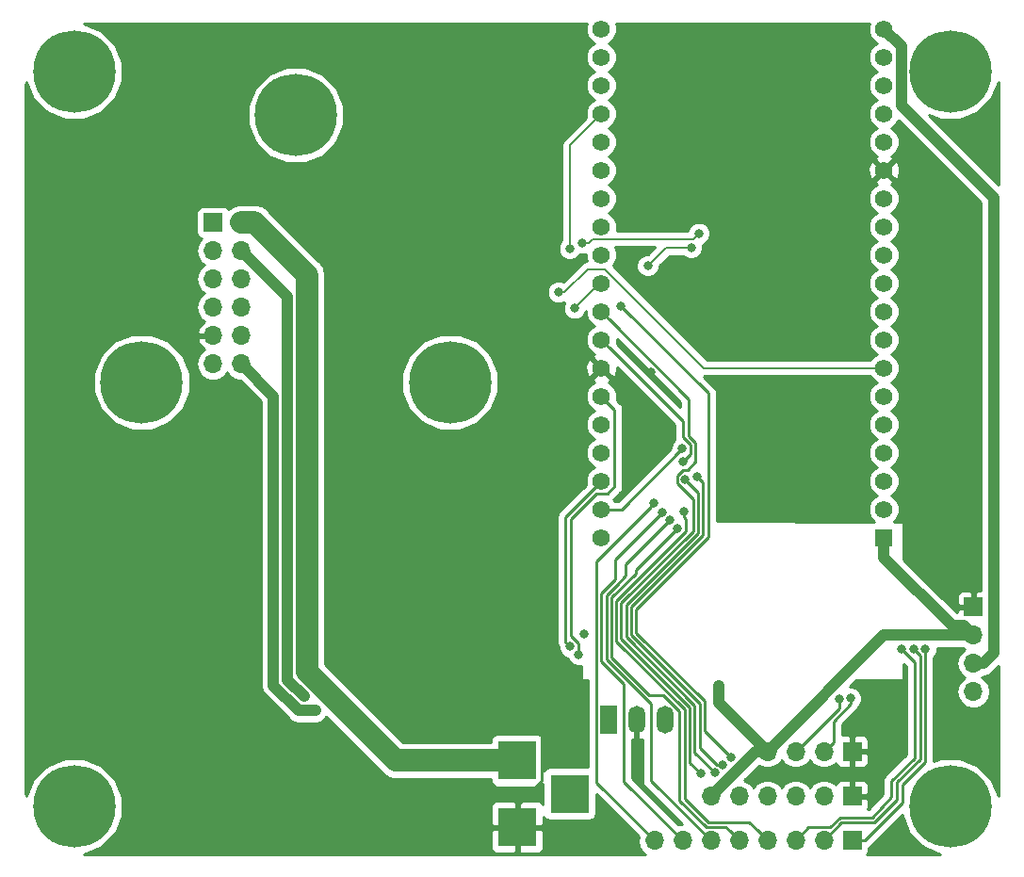
<source format=gbl>
G04 #@! TF.GenerationSoftware,KiCad,Pcbnew,(5.0.0)*
G04 #@! TF.CreationDate,2019-02-03T17:05:02-08:00*
G04 #@! TF.ProjectId,mlab100_Base_Panel_1.5,6D6C61623130305F426173655F50616E,rev?*
G04 #@! TF.SameCoordinates,Original*
G04 #@! TF.FileFunction,Copper,L2,Bot,Signal*
G04 #@! TF.FilePolarity,Positive*
%FSLAX46Y46*%
G04 Gerber Fmt 4.6, Leading zero omitted, Abs format (unit mm)*
G04 Created by KiCad (PCBNEW (5.0.0)) date 02/03/19 17:05:02*
%MOMM*%
%LPD*%
G01*
G04 APERTURE LIST*
G04 #@! TA.AperFunction,ComponentPad*
%ADD10R,1.560000X1.560000*%
G04 #@! TD*
G04 #@! TA.AperFunction,ComponentPad*
%ADD11C,1.560000*%
G04 #@! TD*
G04 #@! TA.AperFunction,ComponentPad*
%ADD12R,1.500000X2.500000*%
G04 #@! TD*
G04 #@! TA.AperFunction,ComponentPad*
%ADD13O,1.500000X2.500000*%
G04 #@! TD*
G04 #@! TA.AperFunction,ComponentPad*
%ADD14R,1.700000X1.700000*%
G04 #@! TD*
G04 #@! TA.AperFunction,ComponentPad*
%ADD15O,1.700000X1.700000*%
G04 #@! TD*
G04 #@! TA.AperFunction,ComponentPad*
%ADD16C,7.400000*%
G04 #@! TD*
G04 #@! TA.AperFunction,ComponentPad*
%ADD17R,3.500000X3.500000*%
G04 #@! TD*
G04 #@! TA.AperFunction,ViaPad*
%ADD18C,0.800000*%
G04 #@! TD*
G04 #@! TA.AperFunction,Conductor*
%ADD19C,1.000000*%
G04 #@! TD*
G04 #@! TA.AperFunction,Conductor*
%ADD20C,0.250000*%
G04 #@! TD*
G04 #@! TA.AperFunction,Conductor*
%ADD21C,0.200000*%
G04 #@! TD*
G04 #@! TA.AperFunction,Conductor*
%ADD22C,2.000000*%
G04 #@! TD*
G04 #@! TA.AperFunction,Conductor*
%ADD23C,0.254000*%
G04 #@! TD*
G04 APERTURE END LIST*
D10*
G04 #@! TO.P,U1,1*
G04 #@! TO.N,+3V3*
X77860000Y-46970000D03*
D11*
G04 #@! TO.P,U1,2*
G04 #@! TO.N,N/C*
X77860000Y-44430000D03*
G04 #@! TO.P,U1,19*
G04 #@! TO.N,+5V*
X77860000Y-1250000D03*
G04 #@! TO.P,U1,3*
G04 #@! TO.N,N/C*
X77860000Y-41890000D03*
G04 #@! TO.P,U1,4*
X77860000Y-39350000D03*
G04 #@! TO.P,U1,5*
G04 #@! TO.N,I34*
X77860000Y-36810000D03*
G04 #@! TO.P,U1,6*
G04 #@! TO.N,I35*
X77860000Y-34270000D03*
G04 #@! TO.P,U1,7*
G04 #@! TO.N,CTRL_Heater*
X77860000Y-31730000D03*
G04 #@! TO.P,U1,8*
G04 #@! TO.N,IO33*
X77860000Y-29190000D03*
G04 #@! TO.P,U1,9*
G04 #@! TO.N,LED_G*
X77860000Y-26650000D03*
G04 #@! TO.P,U1,10*
G04 #@! TO.N,LED_Y*
X77860000Y-24110000D03*
G04 #@! TO.P,U1,11*
G04 #@! TO.N,LED_R*
X77860000Y-21570000D03*
G04 #@! TO.P,U1,12*
G04 #@! TO.N,CTRL_3V3A*
X77860000Y-19030000D03*
G04 #@! TO.P,U1,13*
G04 #@! TO.N,CTRL_470nm*
X77860000Y-16490000D03*
G04 #@! TO.P,U1,14*
G04 #@! TO.N,GND*
X77860000Y-13950000D03*
G04 #@! TO.P,U1,15*
G04 #@! TO.N,N/C*
X77860000Y-11410000D03*
G04 #@! TO.P,U1,16*
X77860000Y-8870000D03*
G04 #@! TO.P,U1,17*
X77860000Y-6330000D03*
G04 #@! TO.P,U1,18*
X77860000Y-3790000D03*
G04 #@! TO.P,U1,20*
G04 #@! TO.N,GND*
X52460000Y-46970000D03*
G04 #@! TO.P,U1,21*
G04 #@! TO.N,SPI_MISO*
X52460000Y-44430000D03*
G04 #@! TO.P,U1,22*
G04 #@! TO.N,I2C_SCL*
X52460000Y-41890000D03*
G04 #@! TO.P,U1,23*
G04 #@! TO.N,N/C*
X52460000Y-39350000D03*
G04 #@! TO.P,U1,24*
X52460000Y-36810000D03*
G04 #@! TO.P,U1,25*
G04 #@! TO.N,I2C_SDA*
X52460000Y-34270000D03*
G04 #@! TO.P,U1,26*
G04 #@! TO.N,GND*
X52460000Y-31730000D03*
G04 #@! TO.P,U1,27*
G04 #@! TO.N,SPI_MOSI*
X52460000Y-29190000D03*
G04 #@! TO.P,U1,28*
G04 #@! TO.N,SPI_SCL*
X52460000Y-26650000D03*
G04 #@! TO.P,U1,29*
G04 #@! TO.N,SPI_CS_ADC*
X52460000Y-24110000D03*
G04 #@! TO.P,U1,30*
G04 #@! TO.N,IO17*
X52460000Y-21570000D03*
G04 #@! TO.P,U1,31*
G04 #@! TO.N,IO16*
X52460000Y-19030000D03*
G04 #@! TO.P,U1,32*
G04 #@! TO.N,IO4*
X52460000Y-16490000D03*
G04 #@! TO.P,U1,33*
G04 #@! TO.N,IO0*
X52460000Y-13950000D03*
G04 #@! TO.P,U1,34*
G04 #@! TO.N,IO2*
X52460000Y-11410000D03*
G04 #@! TO.P,U1,35*
G04 #@! TO.N,TEMP1W*
X52460000Y-8870000D03*
G04 #@! TO.P,U1,36*
G04 #@! TO.N,N/C*
X52460000Y-6330000D03*
G04 #@! TO.P,U1,37*
X52460000Y-3790000D03*
G04 #@! TO.P,U1,38*
X52460000Y-1250000D03*
G04 #@! TD*
D12*
G04 #@! TO.P,U2,1*
G04 #@! TO.N,+12V*
X53100000Y-63300000D03*
D13*
G04 #@! TO.P,U2,2*
G04 #@! TO.N,GND*
X55640000Y-63300000D03*
G04 #@! TO.P,U2,3*
G04 #@! TO.N,+5V*
X58180000Y-63300000D03*
G04 #@! TD*
D14*
G04 #@! TO.P,J1,1*
G04 #@! TO.N,GND*
X85900000Y-53200000D03*
D15*
G04 #@! TO.P,J1,2*
G04 #@! TO.N,+3V3*
X85900000Y-55740000D03*
G04 #@! TO.P,J1,3*
G04 #@! TO.N,+5V*
X85900000Y-58280000D03*
G04 #@! TO.P,J1,4*
G04 #@! TO.N,+12V*
X85900000Y-60820000D03*
G04 #@! TD*
D14*
G04 #@! TO.P,J5,1*
G04 #@! TO.N,I34*
X75000000Y-74200000D03*
D15*
G04 #@! TO.P,J5,2*
G04 #@! TO.N,I35*
X72460000Y-74200000D03*
G04 #@! TO.P,J5,3*
G04 #@! TO.N,IO33*
X69920000Y-74200000D03*
G04 #@! TO.P,J5,4*
G04 #@! TO.N,IO2*
X67380000Y-74200000D03*
G04 #@! TO.P,J5,5*
G04 #@! TO.N,IO0*
X64840000Y-74200000D03*
G04 #@! TO.P,J5,6*
G04 #@! TO.N,IO4*
X62300000Y-74200000D03*
G04 #@! TO.P,J5,7*
G04 #@! TO.N,IO16*
X59760000Y-74200000D03*
G04 #@! TO.P,J5,8*
G04 #@! TO.N,IO17*
X57220000Y-74200000D03*
G04 #@! TD*
D14*
G04 #@! TO.P,J7,1*
G04 #@! TO.N,GND*
X75000000Y-66200000D03*
D15*
G04 #@! TO.P,J7,2*
G04 #@! TO.N,I2C_SDA*
X72460000Y-66200000D03*
G04 #@! TO.P,J7,3*
G04 #@! TO.N,I2C_SCL*
X69920000Y-66200000D03*
G04 #@! TO.P,J7,4*
G04 #@! TO.N,+3V3*
X67380000Y-66200000D03*
G04 #@! TD*
G04 #@! TO.P,J2,12*
G04 #@! TO.N,+5V*
X20100000Y-31350000D03*
G04 #@! TO.P,J2,11*
G04 #@! TO.N,CTRL_Heater*
X17560000Y-31350000D03*
G04 #@! TO.P,J2,10*
G04 #@! TO.N,SPI_CS_ADC*
X20100000Y-28810000D03*
G04 #@! TO.P,J2,9*
G04 #@! TO.N,GND*
X17560000Y-28810000D03*
G04 #@! TO.P,J2,8*
G04 #@! TO.N,SPI_MOSI*
X20100000Y-26270000D03*
G04 #@! TO.P,J2,7*
G04 #@! TO.N,SPI_MISO*
X17560000Y-26270000D03*
G04 #@! TO.P,J2,6*
G04 #@! TO.N,CTRL_3V3A*
X20100000Y-23730000D03*
G04 #@! TO.P,J2,5*
G04 #@! TO.N,SPI_SCL*
X17560000Y-23730000D03*
G04 #@! TO.P,J2,4*
G04 #@! TO.N,+3V3*
X20100000Y-21190000D03*
G04 #@! TO.P,J2,3*
G04 #@! TO.N,TEMP1W*
X17560000Y-21190000D03*
G04 #@! TO.P,J2,2*
G04 #@! TO.N,+12V*
X20100000Y-18650000D03*
D14*
G04 #@! TO.P,J2,1*
G04 #@! TO.N,CTRL_470nm*
X17560000Y-18650000D03*
G04 #@! TD*
G04 #@! TO.P,J6,1*
G04 #@! TO.N,GND*
X75000000Y-70200000D03*
D15*
G04 #@! TO.P,J6,2*
G04 #@! TO.N,SPI_CS_ADC*
X72460000Y-70200000D03*
G04 #@! TO.P,J6,3*
G04 #@! TO.N,SPI_MISO*
X69920000Y-70200000D03*
G04 #@! TO.P,J6,4*
G04 #@! TO.N,SPI_MOSI*
X67380000Y-70200000D03*
G04 #@! TO.P,J6,5*
G04 #@! TO.N,SPI_SCL*
X64840000Y-70200000D03*
G04 #@! TO.P,J6,6*
G04 #@! TO.N,+3V3*
X62300000Y-70200000D03*
G04 #@! TD*
D16*
G04 #@! TO.P,MH1,1*
G04 #@! TO.N,N/C*
X5080000Y-5080000D03*
G04 #@! TD*
G04 #@! TO.P,MH2,1*
G04 #@! TO.N,N/C*
X5080000Y-71120000D03*
G04 #@! TD*
G04 #@! TO.P,MH3,1*
G04 #@! TO.N,N/C*
X83820000Y-71120000D03*
G04 #@! TD*
G04 #@! TO.P,MH4,1*
G04 #@! TO.N,N/C*
X83820000Y-5080000D03*
G04 #@! TD*
G04 #@! TO.P,MH5,1*
G04 #@! TO.N,N/C*
X38856400Y-33000000D03*
G04 #@! TD*
G04 #@! TO.P,MH6,1*
G04 #@! TO.N,N/C*
X11143600Y-33000000D03*
G04 #@! TD*
G04 #@! TO.P,MH7,1*
G04 #@! TO.N,N/C*
X25000000Y-9000000D03*
G04 #@! TD*
D17*
G04 #@! TO.P,J4,3*
G04 #@! TO.N,N/C*
X49600000Y-70000000D03*
G04 #@! TO.P,J4,2*
G04 #@! TO.N,GND*
X44900000Y-73000000D03*
G04 #@! TO.P,J4,1*
G04 #@! TO.N,+12V*
X44900000Y-67000000D03*
G04 #@! TD*
D18*
G04 #@! TO.N,+5V*
X26750000Y-62500000D03*
G04 #@! TO.N,GND*
X47600000Y-6600000D03*
X70300000Y-34300000D03*
X83800000Y-47100000D03*
X83900000Y-38600000D03*
X83500000Y-28700000D03*
X83400000Y-21200000D03*
X62800000Y-14100000D03*
X58300000Y-8100000D03*
X68200000Y-4300000D03*
X73500000Y-6700000D03*
X16490000Y-5000000D03*
X26850000Y-16700000D03*
X4400000Y-11400000D03*
X2400000Y-36100000D03*
X3200000Y-66200000D03*
X26980000Y-67730000D03*
X33790000Y-62680000D03*
X37100000Y-72100000D03*
X86090000Y-66130000D03*
X79300000Y-73700000D03*
X65200000Y-25800000D03*
X62800000Y-23100000D03*
X15400000Y-25300000D03*
X11000000Y-38200000D03*
X8750000Y-61000000D03*
X14200000Y-58700000D03*
X55700000Y-67000000D03*
X52870000Y-72210000D03*
X87500000Y-62500000D03*
X59200000Y-26150000D03*
X47840000Y-17660000D03*
X38030000Y-17600000D03*
X73060000Y-42130000D03*
X36230000Y-24360000D03*
X12970000Y-15650000D03*
X34980000Y-4430000D03*
X3750000Y-45000000D03*
X15750000Y-47250000D03*
X48219130Y-54519990D03*
X71010000Y-16510000D03*
X60002639Y-18737726D03*
X60350000Y-27270000D03*
X83110000Y-51340000D03*
X78200000Y-66110000D03*
X56882340Y-32097660D03*
X5700000Y-24700000D03*
X21750000Y-63000000D03*
X21000000Y-56250000D03*
X17250000Y-63500000D03*
X17500000Y-58750000D03*
X28500000Y-73250000D03*
X46500000Y-31250000D03*
X46000000Y-42750000D03*
X33500000Y-43750000D03*
X29000000Y-33000000D03*
X43250000Y-57750000D03*
X40250000Y-57750000D03*
X63710000Y-41540000D03*
X75290000Y-33260000D03*
X80400000Y-12600000D03*
X86580000Y-10850000D03*
X83440000Y-57650000D03*
X78520000Y-60710000D03*
X76540000Y-60630000D03*
X10050000Y-73470000D03*
X55670000Y-68310000D03*
X49530000Y-66294000D03*
G04 #@! TO.N,CTRL_3V3A*
X56640000Y-22530000D03*
X60530000Y-20900000D03*
G04 #@! TO.N,SPI_CS_ADC*
X64130000Y-66710000D03*
X54240000Y-26140000D03*
X50040000Y-26350000D03*
G04 #@! TO.N,SPI_SCL*
X61390000Y-68180000D03*
G04 #@! TO.N,+3V3*
X50930000Y-55620000D03*
X25750000Y-61250000D03*
X63000000Y-60250000D03*
G04 #@! TO.N,TEMP1W*
X49620000Y-21000000D03*
G04 #@! TO.N,I2C_SCL*
X73820000Y-61440000D03*
X49630000Y-56760000D03*
G04 #@! TO.N,I2C_SDA*
X74870000Y-61420000D03*
X50410000Y-57460000D03*
G04 #@! TO.N,IO0*
X59262721Y-46162730D03*
G04 #@! TO.N,IO2*
X59912653Y-44587347D03*
G04 #@! TO.N,IO4*
X58605551Y-45408972D03*
G04 #@! TO.N,IO16*
X57913046Y-44687543D03*
G04 #@! TO.N,IO17*
X57200000Y-43900000D03*
G04 #@! TO.N,IO33*
X79400000Y-57000000D03*
G04 #@! TO.N,I34*
X81600000Y-57000000D03*
G04 #@! TO.N,I35*
X80500000Y-57000000D03*
G04 #@! TO.N,CTRL_Heater*
X48600000Y-24910000D03*
G04 #@! TO.N,CTRL_470nm*
X61220000Y-19630000D03*
X50750000Y-20500000D03*
G04 #@! TO.N,SPI_MOSI*
X62709778Y-68114329D03*
X59990000Y-41770000D03*
X59760000Y-40130000D03*
G04 #@! TO.N,SPI_MISO*
X63383147Y-67375007D03*
X61040000Y-41460000D03*
X59740000Y-38950000D03*
G04 #@! TD*
D19*
G04 #@! TO.N,+5V*
X85900000Y-58280000D02*
X86780000Y-58280000D01*
X86780000Y-58280000D02*
X87700000Y-57360000D01*
X79419999Y-2809999D02*
X79419999Y-8119999D01*
X77860000Y-1250000D02*
X79419999Y-2809999D01*
X87700000Y-16400000D02*
X87700000Y-18580000D01*
X79419999Y-8119999D02*
X87700000Y-16400000D01*
X87700000Y-57360000D02*
X87700000Y-18580000D01*
X20100000Y-31350000D02*
X23000000Y-34250000D01*
X23000000Y-34250000D02*
X23000000Y-60250000D01*
X25250000Y-62500000D02*
X26750000Y-62500000D01*
X23000000Y-60250000D02*
X25250000Y-62500000D01*
D20*
G04 #@! TO.N,GND*
X47078085Y-64309159D02*
X46603084Y-63834158D01*
X46603084Y-63834158D02*
X46203085Y-63434159D01*
X47078085Y-68821915D02*
X47078085Y-64309159D01*
X44900000Y-71000000D02*
X47078085Y-68821915D01*
X44900000Y-73000000D02*
X44900000Y-71000000D01*
D21*
G04 #@! TO.N,CTRL_3V3A*
X56640000Y-22530000D02*
X58270000Y-20900000D01*
X58270000Y-20900000D02*
X60530000Y-20900000D01*
D20*
G04 #@! TO.N,SPI_CS_ADC*
X64130000Y-66710000D02*
X61760000Y-64340000D01*
X61750047Y-61780047D02*
X61750046Y-61663636D01*
X61760000Y-64340000D02*
X61760000Y-61790000D01*
X61760000Y-61790000D02*
X61750047Y-61780047D01*
X61750046Y-61663636D02*
X55600081Y-55513671D01*
X62050020Y-46946390D02*
X62050020Y-45129980D01*
X55600081Y-55513671D02*
X55600081Y-53396328D01*
X55600081Y-53396328D02*
X62050020Y-46946390D01*
X62050020Y-45129980D02*
X62050020Y-33950020D01*
X62050020Y-33950020D02*
X54240000Y-26140000D01*
D21*
X52280000Y-24110000D02*
X52460000Y-24110000D01*
X50040000Y-26350000D02*
X52280000Y-24110000D01*
D20*
G04 #@! TO.N,SPI_SCL*
X54250051Y-56076937D02*
X54250051Y-52837128D01*
X60400016Y-67218776D02*
X60400016Y-62226903D01*
X54250051Y-52837128D02*
X60690000Y-46397180D01*
X60690000Y-43543004D02*
X59264998Y-42118002D01*
X60915013Y-40157989D02*
X60915013Y-38415598D01*
X60690000Y-46397180D02*
X60690000Y-43543004D01*
X59264998Y-41421998D02*
X59831995Y-40855001D01*
X60324998Y-37825583D02*
X60324998Y-34514998D01*
X60915013Y-38415598D02*
X60324998Y-37825583D01*
X53239999Y-27429999D02*
X52460000Y-26650000D01*
X60218001Y-40855001D02*
X60915013Y-40157989D01*
X60400016Y-62226903D02*
X54250051Y-56076937D01*
X60324998Y-34514998D02*
X53239999Y-27429999D01*
X59831995Y-40855001D02*
X60218001Y-40855001D01*
X59264998Y-42118002D02*
X59264998Y-41421998D01*
X60400016Y-67218776D02*
X60428776Y-67218776D01*
X60428776Y-67218776D02*
X61390000Y-68180000D01*
D19*
G04 #@! TO.N,+3V3*
X77840000Y-55740000D02*
X67380000Y-66200000D01*
X85900000Y-55740000D02*
X77840000Y-55740000D01*
X77860000Y-48750000D02*
X77860000Y-46970000D01*
X84000001Y-54890001D02*
X77860000Y-48750000D01*
X85050001Y-54890001D02*
X84000001Y-54890001D01*
X85900000Y-55740000D02*
X85050001Y-54890001D01*
X66300000Y-66200000D02*
X67380000Y-66200000D01*
X62300000Y-70200000D02*
X66300000Y-66200000D01*
X66530001Y-65350001D02*
X67380000Y-66200000D01*
X20100000Y-21190000D02*
X24250000Y-25340000D01*
X24250000Y-25340000D02*
X24250000Y-33250000D01*
X24250000Y-33250000D02*
X24250000Y-58000000D01*
X24250000Y-58000000D02*
X24250000Y-59750000D01*
X24250000Y-59750000D02*
X25750000Y-61250000D01*
X63000000Y-61820000D02*
X67380000Y-66200000D01*
X63000000Y-60250000D02*
X63000000Y-61820000D01*
D21*
G04 #@! TO.N,TEMP1W*
X49620000Y-11710000D02*
X52460000Y-8870000D01*
X49620000Y-21000000D02*
X49620000Y-11710000D01*
D20*
G04 #@! TO.N,I2C_SCL*
X69920000Y-66200000D02*
X73820000Y-62300000D01*
X73820000Y-62300000D02*
X73820000Y-61440000D01*
X51680001Y-42669999D02*
X52460000Y-41890000D01*
X49230001Y-45119999D02*
X51680001Y-42669999D01*
X49230001Y-56360001D02*
X49230001Y-45119999D01*
X49630000Y-56760000D02*
X49230001Y-56360001D01*
G04 #@! TO.N,I2C_SDA*
X73309999Y-65350001D02*
X73309999Y-63470001D01*
X72460000Y-66200000D02*
X73309999Y-65350001D01*
X73309999Y-63470001D02*
X74870000Y-61910000D01*
X74870000Y-61910000D02*
X74870000Y-61420000D01*
X53640000Y-35450000D02*
X52460000Y-34270000D01*
X53640000Y-42345402D02*
X53640000Y-35450000D01*
X50410000Y-56510000D02*
X49690000Y-55790000D01*
X50410000Y-57460000D02*
X50410000Y-56510000D01*
X49690000Y-55790000D02*
X49690000Y-45310000D01*
X49690000Y-45310000D02*
X52004999Y-42995001D01*
X52004999Y-42995001D02*
X52990401Y-42995001D01*
X52990401Y-42995001D02*
X53640000Y-42345402D01*
D22*
G04 #@! TO.N,+12V*
X41150000Y-67000000D02*
X44900000Y-67000000D01*
X34000000Y-67000000D02*
X41150000Y-67000000D01*
X26000000Y-59000000D02*
X34000000Y-67000000D01*
X26000000Y-23347919D02*
X26000000Y-59000000D01*
X20100000Y-18650000D02*
X21302081Y-18650000D01*
X21302081Y-18650000D02*
X26000000Y-23347919D01*
D20*
G04 #@! TO.N,IO0*
X55400009Y-50309221D02*
X55529230Y-50180000D01*
X63990001Y-73350001D02*
X64840000Y-74200000D01*
X55529230Y-50180000D02*
X53350031Y-52359199D01*
X53350031Y-52359199D02*
X53350031Y-57747211D01*
X53350031Y-57747211D02*
X56746410Y-61143590D01*
X61903600Y-73010011D02*
X63650011Y-73010011D01*
X63650011Y-73010011D02*
X63990001Y-73350001D01*
X59500001Y-70606411D02*
X61903600Y-73010011D01*
X59500000Y-62599707D02*
X59500001Y-70606411D01*
X58043883Y-61143590D02*
X59500000Y-62599707D01*
X56746410Y-61143590D02*
X58043883Y-61143590D01*
X58862722Y-46562729D02*
X59262721Y-46162730D01*
X55529230Y-49896221D02*
X58862722Y-46562729D01*
X55529230Y-50180000D02*
X55529230Y-49896221D01*
G04 #@! TO.N,IO2*
X59912653Y-44587347D02*
X59912653Y-45153032D01*
X62090000Y-72560000D02*
X65740000Y-72560000D01*
X59950010Y-70420010D02*
X62090000Y-72560000D01*
X59950010Y-62413307D02*
X59950010Y-70420010D01*
X60025001Y-45265380D02*
X60025001Y-46425769D01*
X65740000Y-72560000D02*
X66530001Y-73350001D01*
X66530001Y-73350001D02*
X67380000Y-74200000D01*
X53800040Y-56263337D02*
X59950010Y-62413307D01*
X53800040Y-52650728D02*
X53800040Y-56263337D01*
X60025001Y-46425769D02*
X53800040Y-52650728D01*
X59912653Y-45153032D02*
X60025001Y-45265380D01*
G04 #@! TO.N,IO4*
X52900021Y-52172799D02*
X53866401Y-51206419D01*
X62300000Y-74200000D02*
X56900000Y-68800000D01*
X53866401Y-51206419D02*
X54660000Y-50412820D01*
X56900000Y-68800000D02*
X56900000Y-61933590D01*
X56900000Y-61933590D02*
X52900021Y-57933611D01*
X54400006Y-50672814D02*
X54660000Y-50412820D01*
X52900021Y-57933611D02*
X52900021Y-52172799D01*
X54660000Y-50412820D02*
X54660000Y-49354523D01*
X58205552Y-45808971D02*
X58605551Y-45408972D01*
X54660000Y-49354523D02*
X58205552Y-45808971D01*
G04 #@! TO.N,IO16*
X54448001Y-68888001D02*
X59760000Y-74200000D01*
X54448001Y-60118001D02*
X52450011Y-58120011D01*
X54448001Y-60200000D02*
X54448001Y-60118001D01*
X54448001Y-60200000D02*
X54448001Y-68888001D01*
X52450011Y-51986399D02*
X53680000Y-50756410D01*
X52450011Y-58120011D02*
X52450011Y-51986399D01*
X53400003Y-51036407D02*
X53680000Y-50756410D01*
X53680000Y-50756410D02*
X53680000Y-48920589D01*
X53680000Y-48920589D02*
X57513047Y-45087542D01*
X57513047Y-45087542D02*
X57913046Y-44687543D01*
G04 #@! TO.N,IO17*
X52000001Y-49099999D02*
X56800001Y-44299999D01*
X56800001Y-44299999D02*
X57200000Y-43900000D01*
X52000001Y-68980001D02*
X52000001Y-49099999D01*
X57220000Y-74200000D02*
X52000001Y-68980001D01*
G04 #@! TO.N,IO33*
X71095001Y-73024999D02*
X72998591Y-73024999D01*
X78500000Y-68863590D02*
X80600000Y-66763590D01*
X72998591Y-73024999D02*
X73923590Y-72100000D01*
X73923590Y-72100000D02*
X76800000Y-72100000D01*
X69920000Y-74200000D02*
X71095001Y-73024999D01*
X76800000Y-72100000D02*
X78500000Y-70300000D01*
X80600000Y-66763590D02*
X80600000Y-58200000D01*
X78500000Y-70300000D02*
X78500000Y-68863590D01*
X80600000Y-58200000D02*
X79400000Y-57000000D01*
G04 #@! TO.N,I34*
X79500000Y-69200000D02*
X81600000Y-67100000D01*
X81600000Y-67100000D02*
X81600000Y-57000000D01*
X79500000Y-70800000D02*
X79500000Y-69200000D01*
X75000000Y-74200000D02*
X76100000Y-74200000D01*
X76100000Y-74200000D02*
X79500000Y-70800000D01*
G04 #@! TO.N,I35*
X77000000Y-72600000D02*
X79049990Y-70550010D01*
X72460000Y-74200000D02*
X74060000Y-72600000D01*
X74060000Y-72600000D02*
X77000000Y-72600000D01*
X79049990Y-70550010D02*
X79049990Y-68950010D01*
X79049990Y-68950010D02*
X81100000Y-66900000D01*
X81100000Y-66900000D02*
X81100000Y-57600000D01*
X81100000Y-57600000D02*
X80500000Y-57000000D01*
D21*
G04 #@! TO.N,CTRL_Heater*
X49165685Y-24910000D02*
X51235685Y-22840000D01*
X48600000Y-24910000D02*
X49165685Y-24910000D01*
X76756914Y-31730000D02*
X77860000Y-31730000D01*
X61678402Y-31730000D02*
X76756914Y-31730000D01*
X52788402Y-22840000D02*
X61678402Y-31730000D01*
X51235685Y-22840000D02*
X52788402Y-22840000D01*
G04 #@! TO.N,CTRL_470nm*
X60820001Y-20029999D02*
X61220000Y-19630000D01*
X60739999Y-20110001D02*
X60820001Y-20029999D01*
X51705684Y-20110001D02*
X60739999Y-20110001D01*
X51315685Y-20500000D02*
X51705684Y-20110001D01*
X50750000Y-20500000D02*
X51315685Y-20500000D01*
D20*
G04 #@! TO.N,SPI_MOSI*
X54700061Y-55890538D02*
X54700060Y-53023529D01*
X60850027Y-62040504D02*
X54700061Y-55890538D01*
X60850027Y-66254578D02*
X60850027Y-62040504D01*
X61150000Y-46573590D02*
X61150000Y-43860000D01*
X54700060Y-53023529D02*
X61150000Y-46573590D01*
X62709778Y-68114329D02*
X60850027Y-66254578D01*
X61150000Y-42930000D02*
X59990000Y-41770000D01*
X61150000Y-43860000D02*
X61150000Y-42930000D01*
X53239999Y-29969999D02*
X52460000Y-29190000D01*
X59760000Y-37896996D02*
X59760000Y-36490000D01*
X59760000Y-40130000D02*
X60465002Y-39424998D01*
X60465002Y-39424998D02*
X60465002Y-38601998D01*
X60465002Y-38601998D02*
X59760000Y-37896996D01*
X59760000Y-36490000D02*
X53239999Y-29969999D01*
G04 #@! TO.N,SPI_MISO*
X62817462Y-67375007D02*
X61300037Y-65857582D01*
X63383147Y-67375007D02*
X62817462Y-67375007D01*
X61300037Y-65857582D02*
X61300037Y-61850037D01*
X61300037Y-61850037D02*
X55150071Y-55700071D01*
X55150071Y-53209928D02*
X61600010Y-46759990D01*
X55150071Y-55700071D02*
X55150071Y-53209928D01*
X61600010Y-46759990D02*
X61600010Y-44100000D01*
X61600010Y-44100000D02*
X61600010Y-42020010D01*
X61600010Y-42020010D02*
X61040000Y-41460000D01*
X54260000Y-44430000D02*
X59740000Y-38950000D01*
X52460000Y-44430000D02*
X54260000Y-44430000D01*
G04 #@! TD*
D23*
G04 #@! TO.N,GND*
G36*
X79485000Y-71982285D02*
X80144964Y-73575580D01*
X81364420Y-74795036D01*
X82908294Y-75434529D01*
X82521125Y-75465000D01*
X76336413Y-75465000D01*
X76448157Y-75297765D01*
X76497440Y-75050000D01*
X76497440Y-74848483D01*
X76647929Y-74747929D01*
X76690331Y-74684470D01*
X79485000Y-71889802D01*
X79485000Y-71982285D01*
X79485000Y-71982285D01*
G37*
X79485000Y-71982285D02*
X80144964Y-73575580D01*
X81364420Y-74795036D01*
X82908294Y-75434529D01*
X82521125Y-75465000D01*
X76336413Y-75465000D01*
X76448157Y-75297765D01*
X76497440Y-75050000D01*
X76497440Y-74848483D01*
X76647929Y-74747929D01*
X76690331Y-74684470D01*
X79485000Y-71889802D01*
X79485000Y-71982285D01*
G36*
X51045000Y-968539D02*
X51045000Y-1531461D01*
X51260421Y-2051533D01*
X51658467Y-2449579D01*
X51828478Y-2520000D01*
X51658467Y-2590421D01*
X51260421Y-2988467D01*
X51045000Y-3508539D01*
X51045000Y-4071461D01*
X51260421Y-4591533D01*
X51658467Y-4989579D01*
X51828478Y-5060000D01*
X51658467Y-5130421D01*
X51260421Y-5528467D01*
X51045000Y-6048539D01*
X51045000Y-6611461D01*
X51260421Y-7131533D01*
X51658467Y-7529579D01*
X51828478Y-7600000D01*
X51658467Y-7670421D01*
X51260421Y-8068467D01*
X51045000Y-8588539D01*
X51045000Y-9151461D01*
X51072559Y-9217994D01*
X49151463Y-11139091D01*
X49090096Y-11180095D01*
X49049092Y-11241462D01*
X49049091Y-11241463D01*
X48927646Y-11423218D01*
X48870602Y-11710000D01*
X48885001Y-11782389D01*
X48885000Y-20271289D01*
X48742569Y-20413720D01*
X48585000Y-20794126D01*
X48585000Y-21205874D01*
X48742569Y-21586280D01*
X49033720Y-21877431D01*
X49414126Y-22035000D01*
X49825874Y-22035000D01*
X50206280Y-21877431D01*
X50497431Y-21586280D01*
X50522399Y-21526001D01*
X50544126Y-21535000D01*
X50955874Y-21535000D01*
X51045000Y-21498083D01*
X51045000Y-21851461D01*
X51151030Y-22107440D01*
X50948902Y-22147646D01*
X50705780Y-22310095D01*
X50664775Y-22371463D01*
X49057155Y-23979084D01*
X48805874Y-23875000D01*
X48394126Y-23875000D01*
X48013720Y-24032569D01*
X47722569Y-24323720D01*
X47565000Y-24704126D01*
X47565000Y-25115874D01*
X47722569Y-25496280D01*
X48013720Y-25787431D01*
X48394126Y-25945000D01*
X48805874Y-25945000D01*
X49145803Y-25804197D01*
X49005000Y-26144126D01*
X49005000Y-26555874D01*
X49162569Y-26936280D01*
X49453720Y-27227431D01*
X49834126Y-27385000D01*
X50245874Y-27385000D01*
X50626280Y-27227431D01*
X50917431Y-26936280D01*
X51045000Y-26628301D01*
X51045000Y-26931461D01*
X51260421Y-27451533D01*
X51658467Y-27849579D01*
X51828478Y-27920000D01*
X51658467Y-27990421D01*
X51260421Y-28388467D01*
X51045000Y-28908539D01*
X51045000Y-29471461D01*
X51260421Y-29991533D01*
X51658467Y-30389579D01*
X51812722Y-30453473D01*
X51718028Y-30492697D01*
X51646350Y-30736745D01*
X52460000Y-31550395D01*
X52474143Y-31536253D01*
X52653748Y-31715858D01*
X52639605Y-31730000D01*
X53453255Y-32543650D01*
X53697303Y-32471972D01*
X53887060Y-31941997D01*
X53874196Y-31678997D01*
X59000001Y-36804803D01*
X59000000Y-37822149D01*
X58985112Y-37896996D01*
X59000000Y-37971843D01*
X59000000Y-37971847D01*
X59042215Y-38184074D01*
X58862569Y-38363720D01*
X58705000Y-38744126D01*
X58705000Y-38910197D01*
X53945199Y-43670000D01*
X53676783Y-43670000D01*
X53659579Y-43628467D01*
X53552634Y-43521522D01*
X53580732Y-43479471D01*
X54124473Y-42935731D01*
X54187929Y-42893331D01*
X54293112Y-42735914D01*
X54355904Y-42641940D01*
X54365480Y-42593797D01*
X54400000Y-42420254D01*
X54400000Y-42420250D01*
X54414888Y-42345402D01*
X54400000Y-42270554D01*
X54400000Y-35524846D01*
X54414888Y-35449999D01*
X54400000Y-35375152D01*
X54400000Y-35375148D01*
X54355904Y-35153463D01*
X54187929Y-34902071D01*
X54124473Y-34859671D01*
X53857796Y-34592995D01*
X53875000Y-34551461D01*
X53875000Y-33988539D01*
X53659579Y-33468467D01*
X53261533Y-33070421D01*
X53107278Y-33006527D01*
X53201972Y-32967303D01*
X53273650Y-32723255D01*
X52460000Y-31909605D01*
X51646350Y-32723255D01*
X51718028Y-32967303D01*
X51819609Y-33003674D01*
X51658467Y-33070421D01*
X51260421Y-33468467D01*
X51045000Y-33988539D01*
X51045000Y-34551461D01*
X51260421Y-35071533D01*
X51658467Y-35469579D01*
X51828478Y-35540000D01*
X51658467Y-35610421D01*
X51260421Y-36008467D01*
X51045000Y-36528539D01*
X51045000Y-37091461D01*
X51260421Y-37611533D01*
X51658467Y-38009579D01*
X51828478Y-38080000D01*
X51658467Y-38150421D01*
X51260421Y-38548467D01*
X51045000Y-39068539D01*
X51045000Y-39631461D01*
X51260421Y-40151533D01*
X51658467Y-40549579D01*
X51828478Y-40620000D01*
X51658467Y-40690421D01*
X51260421Y-41088467D01*
X51045000Y-41608539D01*
X51045000Y-42171461D01*
X51062204Y-42212994D01*
X48745529Y-44529670D01*
X48682073Y-44572070D01*
X48639673Y-44635526D01*
X48639672Y-44635527D01*
X48514098Y-44823462D01*
X48455113Y-45119999D01*
X48470002Y-45194851D01*
X48470001Y-56285154D01*
X48455113Y-56360001D01*
X48470001Y-56434848D01*
X48470001Y-56434852D01*
X48514097Y-56656537D01*
X48595000Y-56777617D01*
X48595000Y-56965874D01*
X48752569Y-57346280D01*
X49043720Y-57637431D01*
X49424126Y-57795000D01*
X49428486Y-57795000D01*
X49532569Y-58046280D01*
X49823720Y-58337431D01*
X50204126Y-58495000D01*
X50615874Y-58495000D01*
X50646219Y-58482431D01*
X50644353Y-59682156D01*
X50654020Y-59730955D01*
X50681550Y-59772157D01*
X50722752Y-59799687D01*
X50771353Y-59809354D01*
X51240001Y-59809354D01*
X51240001Y-67602560D01*
X47850000Y-67602560D01*
X47602235Y-67651843D01*
X47392191Y-67792191D01*
X47297440Y-67933995D01*
X47297440Y-65250000D01*
X47248157Y-65002235D01*
X47107809Y-64792191D01*
X46897765Y-64651843D01*
X46650000Y-64602560D01*
X43150000Y-64602560D01*
X42902235Y-64651843D01*
X42692191Y-64792191D01*
X42551843Y-65002235D01*
X42502560Y-65250000D01*
X42502560Y-65365000D01*
X34677239Y-65365000D01*
X27635000Y-58322762D01*
X27635000Y-32137715D01*
X34521400Y-32137715D01*
X34521400Y-33862285D01*
X35181364Y-35455580D01*
X36400820Y-36675036D01*
X37994115Y-37335000D01*
X39718685Y-37335000D01*
X41311980Y-36675036D01*
X42531436Y-35455580D01*
X43191400Y-33862285D01*
X43191400Y-32137715D01*
X42934708Y-31518003D01*
X51032940Y-31518003D01*
X51060441Y-32080252D01*
X51222697Y-32471972D01*
X51466745Y-32543650D01*
X52280395Y-31730000D01*
X51466745Y-30916350D01*
X51222697Y-30988028D01*
X51032940Y-31518003D01*
X42934708Y-31518003D01*
X42531436Y-30544420D01*
X41311980Y-29324964D01*
X39718685Y-28665000D01*
X37994115Y-28665000D01*
X36400820Y-29324964D01*
X35181364Y-30544420D01*
X34521400Y-32137715D01*
X27635000Y-32137715D01*
X27635000Y-23508950D01*
X27667031Y-23347919D01*
X27540136Y-22709973D01*
X27287021Y-22331161D01*
X27178769Y-22169150D01*
X27042253Y-22077933D01*
X22572069Y-17607750D01*
X22480850Y-17471231D01*
X21940026Y-17109864D01*
X21463112Y-17015000D01*
X21463111Y-17015000D01*
X21302081Y-16982969D01*
X21141051Y-17015000D01*
X19938969Y-17015000D01*
X19462055Y-17109864D01*
X18943907Y-17456079D01*
X18867809Y-17342191D01*
X18657765Y-17201843D01*
X18410000Y-17152560D01*
X16710000Y-17152560D01*
X16462235Y-17201843D01*
X16252191Y-17342191D01*
X16111843Y-17552235D01*
X16062560Y-17800000D01*
X16062560Y-19500000D01*
X16111843Y-19747765D01*
X16252191Y-19957809D01*
X16462235Y-20098157D01*
X16507619Y-20107184D01*
X16489375Y-20119375D01*
X16161161Y-20610582D01*
X16045908Y-21190000D01*
X16161161Y-21769418D01*
X16489375Y-22260625D01*
X16787761Y-22460000D01*
X16489375Y-22659375D01*
X16161161Y-23150582D01*
X16045908Y-23730000D01*
X16161161Y-24309418D01*
X16489375Y-24800625D01*
X16787761Y-25000000D01*
X16489375Y-25199375D01*
X16161161Y-25690582D01*
X16045908Y-26270000D01*
X16161161Y-26849418D01*
X16489375Y-27340625D01*
X16808478Y-27553843D01*
X16678642Y-27614817D01*
X16288355Y-28043076D01*
X16118524Y-28453110D01*
X16239845Y-28683000D01*
X17433000Y-28683000D01*
X17433000Y-28663000D01*
X17687000Y-28663000D01*
X17687000Y-28683000D01*
X17707000Y-28683000D01*
X17707000Y-28937000D01*
X17687000Y-28937000D01*
X17687000Y-28957000D01*
X17433000Y-28957000D01*
X17433000Y-28937000D01*
X16239845Y-28937000D01*
X16118524Y-29166890D01*
X16288355Y-29576924D01*
X16678642Y-30005183D01*
X16808478Y-30066157D01*
X16489375Y-30279375D01*
X16161161Y-30770582D01*
X16045908Y-31350000D01*
X16161161Y-31929418D01*
X16489375Y-32420625D01*
X16980582Y-32748839D01*
X17413744Y-32835000D01*
X17706256Y-32835000D01*
X18139418Y-32748839D01*
X18630625Y-32420625D01*
X18830000Y-32122239D01*
X19029375Y-32420625D01*
X19520582Y-32748839D01*
X19953744Y-32835000D01*
X19979869Y-32835000D01*
X21865000Y-34720132D01*
X21865001Y-60138212D01*
X21842765Y-60250000D01*
X21930854Y-60692854D01*
X21967654Y-60747929D01*
X22181712Y-61068289D01*
X22276479Y-61131611D01*
X24368391Y-63223524D01*
X24431711Y-63318289D01*
X24526476Y-63381609D01*
X24807145Y-63569146D01*
X25250000Y-63657235D01*
X25361783Y-63635000D01*
X26861783Y-63635000D01*
X27192855Y-63569146D01*
X27568289Y-63318289D01*
X27743632Y-63055870D01*
X32730014Y-68042253D01*
X32821231Y-68178769D01*
X33362055Y-68540136D01*
X33838969Y-68635000D01*
X33838973Y-68635000D01*
X33999999Y-68667030D01*
X34161025Y-68635000D01*
X42502560Y-68635000D01*
X42502560Y-68750000D01*
X42551843Y-68997765D01*
X42692191Y-69207809D01*
X42902235Y-69348157D01*
X43150000Y-69397440D01*
X46650000Y-69397440D01*
X46897765Y-69348157D01*
X47107809Y-69207809D01*
X47202560Y-69066005D01*
X47202560Y-70924663D01*
X47188327Y-70890302D01*
X47009699Y-70711673D01*
X46776310Y-70615000D01*
X45185750Y-70615000D01*
X45027000Y-70773750D01*
X45027000Y-72873000D01*
X47126250Y-72873000D01*
X47285000Y-72714250D01*
X47285000Y-72047388D01*
X47392191Y-72207809D01*
X47602235Y-72348157D01*
X47850000Y-72397440D01*
X51350000Y-72397440D01*
X51597765Y-72348157D01*
X51807809Y-72207809D01*
X51948157Y-71997765D01*
X51997440Y-71750000D01*
X51997440Y-70052241D01*
X55778791Y-73833593D01*
X55705908Y-74200000D01*
X55821161Y-74779418D01*
X56149375Y-75270625D01*
X56440278Y-75465000D01*
X6378876Y-75465000D01*
X5991706Y-75434529D01*
X7535580Y-74795036D01*
X8755036Y-73575580D01*
X8875087Y-73285750D01*
X42515000Y-73285750D01*
X42515000Y-74876309D01*
X42611673Y-75109698D01*
X42790301Y-75288327D01*
X43023690Y-75385000D01*
X44614250Y-75385000D01*
X44773000Y-75226250D01*
X44773000Y-73127000D01*
X45027000Y-73127000D01*
X45027000Y-75226250D01*
X45185750Y-75385000D01*
X46776310Y-75385000D01*
X47009699Y-75288327D01*
X47188327Y-75109698D01*
X47285000Y-74876309D01*
X47285000Y-73285750D01*
X47126250Y-73127000D01*
X45027000Y-73127000D01*
X44773000Y-73127000D01*
X42673750Y-73127000D01*
X42515000Y-73285750D01*
X8875087Y-73285750D01*
X9415000Y-71982285D01*
X9415000Y-71123691D01*
X42515000Y-71123691D01*
X42515000Y-72714250D01*
X42673750Y-72873000D01*
X44773000Y-72873000D01*
X44773000Y-70773750D01*
X44614250Y-70615000D01*
X43023690Y-70615000D01*
X42790301Y-70711673D01*
X42611673Y-70890302D01*
X42515000Y-71123691D01*
X9415000Y-71123691D01*
X9415000Y-70257715D01*
X8755036Y-68664420D01*
X7535580Y-67444964D01*
X5942285Y-66785000D01*
X4217715Y-66785000D01*
X2624420Y-67444964D01*
X1404964Y-68664420D01*
X765471Y-70208294D01*
X735000Y-69821125D01*
X735000Y-32137715D01*
X6808600Y-32137715D01*
X6808600Y-33862285D01*
X7468564Y-35455580D01*
X8688020Y-36675036D01*
X10281315Y-37335000D01*
X12005885Y-37335000D01*
X13599180Y-36675036D01*
X14818636Y-35455580D01*
X15478600Y-33862285D01*
X15478600Y-32137715D01*
X14818636Y-30544420D01*
X13599180Y-29324964D01*
X12005885Y-28665000D01*
X10281315Y-28665000D01*
X8688020Y-29324964D01*
X7468564Y-30544420D01*
X6808600Y-32137715D01*
X735000Y-32137715D01*
X735000Y-6378875D01*
X765471Y-5991706D01*
X1404964Y-7535580D01*
X2624420Y-8755036D01*
X4217715Y-9415000D01*
X5942285Y-9415000D01*
X7535580Y-8755036D01*
X8152901Y-8137715D01*
X20665000Y-8137715D01*
X20665000Y-9862285D01*
X21324964Y-11455580D01*
X22544420Y-12675036D01*
X24137715Y-13335000D01*
X25862285Y-13335000D01*
X27455580Y-12675036D01*
X28675036Y-11455580D01*
X29335000Y-9862285D01*
X29335000Y-8137715D01*
X28675036Y-6544420D01*
X27455580Y-5324964D01*
X25862285Y-4665000D01*
X24137715Y-4665000D01*
X22544420Y-5324964D01*
X21324964Y-6544420D01*
X20665000Y-8137715D01*
X8152901Y-8137715D01*
X8755036Y-7535580D01*
X9415000Y-5942285D01*
X9415000Y-4217715D01*
X8755036Y-2624420D01*
X7535580Y-1404964D01*
X5991706Y-765471D01*
X6378876Y-735000D01*
X51141735Y-735000D01*
X51045000Y-968539D01*
X51045000Y-968539D01*
G37*
X51045000Y-968539D02*
X51045000Y-1531461D01*
X51260421Y-2051533D01*
X51658467Y-2449579D01*
X51828478Y-2520000D01*
X51658467Y-2590421D01*
X51260421Y-2988467D01*
X51045000Y-3508539D01*
X51045000Y-4071461D01*
X51260421Y-4591533D01*
X51658467Y-4989579D01*
X51828478Y-5060000D01*
X51658467Y-5130421D01*
X51260421Y-5528467D01*
X51045000Y-6048539D01*
X51045000Y-6611461D01*
X51260421Y-7131533D01*
X51658467Y-7529579D01*
X51828478Y-7600000D01*
X51658467Y-7670421D01*
X51260421Y-8068467D01*
X51045000Y-8588539D01*
X51045000Y-9151461D01*
X51072559Y-9217994D01*
X49151463Y-11139091D01*
X49090096Y-11180095D01*
X49049092Y-11241462D01*
X49049091Y-11241463D01*
X48927646Y-11423218D01*
X48870602Y-11710000D01*
X48885001Y-11782389D01*
X48885000Y-20271289D01*
X48742569Y-20413720D01*
X48585000Y-20794126D01*
X48585000Y-21205874D01*
X48742569Y-21586280D01*
X49033720Y-21877431D01*
X49414126Y-22035000D01*
X49825874Y-22035000D01*
X50206280Y-21877431D01*
X50497431Y-21586280D01*
X50522399Y-21526001D01*
X50544126Y-21535000D01*
X50955874Y-21535000D01*
X51045000Y-21498083D01*
X51045000Y-21851461D01*
X51151030Y-22107440D01*
X50948902Y-22147646D01*
X50705780Y-22310095D01*
X50664775Y-22371463D01*
X49057155Y-23979084D01*
X48805874Y-23875000D01*
X48394126Y-23875000D01*
X48013720Y-24032569D01*
X47722569Y-24323720D01*
X47565000Y-24704126D01*
X47565000Y-25115874D01*
X47722569Y-25496280D01*
X48013720Y-25787431D01*
X48394126Y-25945000D01*
X48805874Y-25945000D01*
X49145803Y-25804197D01*
X49005000Y-26144126D01*
X49005000Y-26555874D01*
X49162569Y-26936280D01*
X49453720Y-27227431D01*
X49834126Y-27385000D01*
X50245874Y-27385000D01*
X50626280Y-27227431D01*
X50917431Y-26936280D01*
X51045000Y-26628301D01*
X51045000Y-26931461D01*
X51260421Y-27451533D01*
X51658467Y-27849579D01*
X51828478Y-27920000D01*
X51658467Y-27990421D01*
X51260421Y-28388467D01*
X51045000Y-28908539D01*
X51045000Y-29471461D01*
X51260421Y-29991533D01*
X51658467Y-30389579D01*
X51812722Y-30453473D01*
X51718028Y-30492697D01*
X51646350Y-30736745D01*
X52460000Y-31550395D01*
X52474143Y-31536253D01*
X52653748Y-31715858D01*
X52639605Y-31730000D01*
X53453255Y-32543650D01*
X53697303Y-32471972D01*
X53887060Y-31941997D01*
X53874196Y-31678997D01*
X59000001Y-36804803D01*
X59000000Y-37822149D01*
X58985112Y-37896996D01*
X59000000Y-37971843D01*
X59000000Y-37971847D01*
X59042215Y-38184074D01*
X58862569Y-38363720D01*
X58705000Y-38744126D01*
X58705000Y-38910197D01*
X53945199Y-43670000D01*
X53676783Y-43670000D01*
X53659579Y-43628467D01*
X53552634Y-43521522D01*
X53580732Y-43479471D01*
X54124473Y-42935731D01*
X54187929Y-42893331D01*
X54293112Y-42735914D01*
X54355904Y-42641940D01*
X54365480Y-42593797D01*
X54400000Y-42420254D01*
X54400000Y-42420250D01*
X54414888Y-42345402D01*
X54400000Y-42270554D01*
X54400000Y-35524846D01*
X54414888Y-35449999D01*
X54400000Y-35375152D01*
X54400000Y-35375148D01*
X54355904Y-35153463D01*
X54187929Y-34902071D01*
X54124473Y-34859671D01*
X53857796Y-34592995D01*
X53875000Y-34551461D01*
X53875000Y-33988539D01*
X53659579Y-33468467D01*
X53261533Y-33070421D01*
X53107278Y-33006527D01*
X53201972Y-32967303D01*
X53273650Y-32723255D01*
X52460000Y-31909605D01*
X51646350Y-32723255D01*
X51718028Y-32967303D01*
X51819609Y-33003674D01*
X51658467Y-33070421D01*
X51260421Y-33468467D01*
X51045000Y-33988539D01*
X51045000Y-34551461D01*
X51260421Y-35071533D01*
X51658467Y-35469579D01*
X51828478Y-35540000D01*
X51658467Y-35610421D01*
X51260421Y-36008467D01*
X51045000Y-36528539D01*
X51045000Y-37091461D01*
X51260421Y-37611533D01*
X51658467Y-38009579D01*
X51828478Y-38080000D01*
X51658467Y-38150421D01*
X51260421Y-38548467D01*
X51045000Y-39068539D01*
X51045000Y-39631461D01*
X51260421Y-40151533D01*
X51658467Y-40549579D01*
X51828478Y-40620000D01*
X51658467Y-40690421D01*
X51260421Y-41088467D01*
X51045000Y-41608539D01*
X51045000Y-42171461D01*
X51062204Y-42212994D01*
X48745529Y-44529670D01*
X48682073Y-44572070D01*
X48639673Y-44635526D01*
X48639672Y-44635527D01*
X48514098Y-44823462D01*
X48455113Y-45119999D01*
X48470002Y-45194851D01*
X48470001Y-56285154D01*
X48455113Y-56360001D01*
X48470001Y-56434848D01*
X48470001Y-56434852D01*
X48514097Y-56656537D01*
X48595000Y-56777617D01*
X48595000Y-56965874D01*
X48752569Y-57346280D01*
X49043720Y-57637431D01*
X49424126Y-57795000D01*
X49428486Y-57795000D01*
X49532569Y-58046280D01*
X49823720Y-58337431D01*
X50204126Y-58495000D01*
X50615874Y-58495000D01*
X50646219Y-58482431D01*
X50644353Y-59682156D01*
X50654020Y-59730955D01*
X50681550Y-59772157D01*
X50722752Y-59799687D01*
X50771353Y-59809354D01*
X51240001Y-59809354D01*
X51240001Y-67602560D01*
X47850000Y-67602560D01*
X47602235Y-67651843D01*
X47392191Y-67792191D01*
X47297440Y-67933995D01*
X47297440Y-65250000D01*
X47248157Y-65002235D01*
X47107809Y-64792191D01*
X46897765Y-64651843D01*
X46650000Y-64602560D01*
X43150000Y-64602560D01*
X42902235Y-64651843D01*
X42692191Y-64792191D01*
X42551843Y-65002235D01*
X42502560Y-65250000D01*
X42502560Y-65365000D01*
X34677239Y-65365000D01*
X27635000Y-58322762D01*
X27635000Y-32137715D01*
X34521400Y-32137715D01*
X34521400Y-33862285D01*
X35181364Y-35455580D01*
X36400820Y-36675036D01*
X37994115Y-37335000D01*
X39718685Y-37335000D01*
X41311980Y-36675036D01*
X42531436Y-35455580D01*
X43191400Y-33862285D01*
X43191400Y-32137715D01*
X42934708Y-31518003D01*
X51032940Y-31518003D01*
X51060441Y-32080252D01*
X51222697Y-32471972D01*
X51466745Y-32543650D01*
X52280395Y-31730000D01*
X51466745Y-30916350D01*
X51222697Y-30988028D01*
X51032940Y-31518003D01*
X42934708Y-31518003D01*
X42531436Y-30544420D01*
X41311980Y-29324964D01*
X39718685Y-28665000D01*
X37994115Y-28665000D01*
X36400820Y-29324964D01*
X35181364Y-30544420D01*
X34521400Y-32137715D01*
X27635000Y-32137715D01*
X27635000Y-23508950D01*
X27667031Y-23347919D01*
X27540136Y-22709973D01*
X27287021Y-22331161D01*
X27178769Y-22169150D01*
X27042253Y-22077933D01*
X22572069Y-17607750D01*
X22480850Y-17471231D01*
X21940026Y-17109864D01*
X21463112Y-17015000D01*
X21463111Y-17015000D01*
X21302081Y-16982969D01*
X21141051Y-17015000D01*
X19938969Y-17015000D01*
X19462055Y-17109864D01*
X18943907Y-17456079D01*
X18867809Y-17342191D01*
X18657765Y-17201843D01*
X18410000Y-17152560D01*
X16710000Y-17152560D01*
X16462235Y-17201843D01*
X16252191Y-17342191D01*
X16111843Y-17552235D01*
X16062560Y-17800000D01*
X16062560Y-19500000D01*
X16111843Y-19747765D01*
X16252191Y-19957809D01*
X16462235Y-20098157D01*
X16507619Y-20107184D01*
X16489375Y-20119375D01*
X16161161Y-20610582D01*
X16045908Y-21190000D01*
X16161161Y-21769418D01*
X16489375Y-22260625D01*
X16787761Y-22460000D01*
X16489375Y-22659375D01*
X16161161Y-23150582D01*
X16045908Y-23730000D01*
X16161161Y-24309418D01*
X16489375Y-24800625D01*
X16787761Y-25000000D01*
X16489375Y-25199375D01*
X16161161Y-25690582D01*
X16045908Y-26270000D01*
X16161161Y-26849418D01*
X16489375Y-27340625D01*
X16808478Y-27553843D01*
X16678642Y-27614817D01*
X16288355Y-28043076D01*
X16118524Y-28453110D01*
X16239845Y-28683000D01*
X17433000Y-28683000D01*
X17433000Y-28663000D01*
X17687000Y-28663000D01*
X17687000Y-28683000D01*
X17707000Y-28683000D01*
X17707000Y-28937000D01*
X17687000Y-28937000D01*
X17687000Y-28957000D01*
X17433000Y-28957000D01*
X17433000Y-28937000D01*
X16239845Y-28937000D01*
X16118524Y-29166890D01*
X16288355Y-29576924D01*
X16678642Y-30005183D01*
X16808478Y-30066157D01*
X16489375Y-30279375D01*
X16161161Y-30770582D01*
X16045908Y-31350000D01*
X16161161Y-31929418D01*
X16489375Y-32420625D01*
X16980582Y-32748839D01*
X17413744Y-32835000D01*
X17706256Y-32835000D01*
X18139418Y-32748839D01*
X18630625Y-32420625D01*
X18830000Y-32122239D01*
X19029375Y-32420625D01*
X19520582Y-32748839D01*
X19953744Y-32835000D01*
X19979869Y-32835000D01*
X21865000Y-34720132D01*
X21865001Y-60138212D01*
X21842765Y-60250000D01*
X21930854Y-60692854D01*
X21967654Y-60747929D01*
X22181712Y-61068289D01*
X22276479Y-61131611D01*
X24368391Y-63223524D01*
X24431711Y-63318289D01*
X24526476Y-63381609D01*
X24807145Y-63569146D01*
X25250000Y-63657235D01*
X25361783Y-63635000D01*
X26861783Y-63635000D01*
X27192855Y-63569146D01*
X27568289Y-63318289D01*
X27743632Y-63055870D01*
X32730014Y-68042253D01*
X32821231Y-68178769D01*
X33362055Y-68540136D01*
X33838969Y-68635000D01*
X33838973Y-68635000D01*
X33999999Y-68667030D01*
X34161025Y-68635000D01*
X42502560Y-68635000D01*
X42502560Y-68750000D01*
X42551843Y-68997765D01*
X42692191Y-69207809D01*
X42902235Y-69348157D01*
X43150000Y-69397440D01*
X46650000Y-69397440D01*
X46897765Y-69348157D01*
X47107809Y-69207809D01*
X47202560Y-69066005D01*
X47202560Y-70924663D01*
X47188327Y-70890302D01*
X47009699Y-70711673D01*
X46776310Y-70615000D01*
X45185750Y-70615000D01*
X45027000Y-70773750D01*
X45027000Y-72873000D01*
X47126250Y-72873000D01*
X47285000Y-72714250D01*
X47285000Y-72047388D01*
X47392191Y-72207809D01*
X47602235Y-72348157D01*
X47850000Y-72397440D01*
X51350000Y-72397440D01*
X51597765Y-72348157D01*
X51807809Y-72207809D01*
X51948157Y-71997765D01*
X51997440Y-71750000D01*
X51997440Y-70052241D01*
X55778791Y-73833593D01*
X55705908Y-74200000D01*
X55821161Y-74779418D01*
X56149375Y-75270625D01*
X56440278Y-75465000D01*
X6378876Y-75465000D01*
X5991706Y-75434529D01*
X7535580Y-74795036D01*
X8755036Y-73575580D01*
X8875087Y-73285750D01*
X42515000Y-73285750D01*
X42515000Y-74876309D01*
X42611673Y-75109698D01*
X42790301Y-75288327D01*
X43023690Y-75385000D01*
X44614250Y-75385000D01*
X44773000Y-75226250D01*
X44773000Y-73127000D01*
X45027000Y-73127000D01*
X45027000Y-75226250D01*
X45185750Y-75385000D01*
X46776310Y-75385000D01*
X47009699Y-75288327D01*
X47188327Y-75109698D01*
X47285000Y-74876309D01*
X47285000Y-73285750D01*
X47126250Y-73127000D01*
X45027000Y-73127000D01*
X44773000Y-73127000D01*
X42673750Y-73127000D01*
X42515000Y-73285750D01*
X8875087Y-73285750D01*
X9415000Y-71982285D01*
X9415000Y-71123691D01*
X42515000Y-71123691D01*
X42515000Y-72714250D01*
X42673750Y-72873000D01*
X44773000Y-72873000D01*
X44773000Y-70773750D01*
X44614250Y-70615000D01*
X43023690Y-70615000D01*
X42790301Y-70711673D01*
X42611673Y-70890302D01*
X42515000Y-71123691D01*
X9415000Y-71123691D01*
X9415000Y-70257715D01*
X8755036Y-68664420D01*
X7535580Y-67444964D01*
X5942285Y-66785000D01*
X4217715Y-66785000D01*
X2624420Y-67444964D01*
X1404964Y-68664420D01*
X765471Y-70208294D01*
X735000Y-69821125D01*
X735000Y-32137715D01*
X6808600Y-32137715D01*
X6808600Y-33862285D01*
X7468564Y-35455580D01*
X8688020Y-36675036D01*
X10281315Y-37335000D01*
X12005885Y-37335000D01*
X13599180Y-36675036D01*
X14818636Y-35455580D01*
X15478600Y-33862285D01*
X15478600Y-32137715D01*
X14818636Y-30544420D01*
X13599180Y-29324964D01*
X12005885Y-28665000D01*
X10281315Y-28665000D01*
X8688020Y-29324964D01*
X7468564Y-30544420D01*
X6808600Y-32137715D01*
X735000Y-32137715D01*
X735000Y-6378875D01*
X765471Y-5991706D01*
X1404964Y-7535580D01*
X2624420Y-8755036D01*
X4217715Y-9415000D01*
X5942285Y-9415000D01*
X7535580Y-8755036D01*
X8152901Y-8137715D01*
X20665000Y-8137715D01*
X20665000Y-9862285D01*
X21324964Y-11455580D01*
X22544420Y-12675036D01*
X24137715Y-13335000D01*
X25862285Y-13335000D01*
X27455580Y-12675036D01*
X28675036Y-11455580D01*
X29335000Y-9862285D01*
X29335000Y-8137715D01*
X28675036Y-6544420D01*
X27455580Y-5324964D01*
X25862285Y-4665000D01*
X24137715Y-4665000D01*
X22544420Y-5324964D01*
X21324964Y-6544420D01*
X20665000Y-8137715D01*
X8152901Y-8137715D01*
X8755036Y-7535580D01*
X9415000Y-5942285D01*
X9415000Y-4217715D01*
X8755036Y-2624420D01*
X7535580Y-1404964D01*
X5991706Y-765471D01*
X6378876Y-735000D01*
X51141735Y-735000D01*
X51045000Y-968539D01*
G36*
X55767000Y-63173000D02*
X55787000Y-63173000D01*
X55787000Y-63427000D01*
X55767000Y-63427000D01*
X55767000Y-65019656D01*
X55981185Y-65142318D01*
X56052684Y-65128173D01*
X56140001Y-65080743D01*
X56140000Y-68725153D01*
X56125112Y-68800000D01*
X56140000Y-68874847D01*
X56140000Y-68874851D01*
X56184096Y-69096536D01*
X56352071Y-69347929D01*
X56415530Y-69390331D01*
X59740198Y-72715000D01*
X59613744Y-72715000D01*
X59393593Y-72758791D01*
X55208001Y-68573200D01*
X55208001Y-65117681D01*
X55227316Y-65128173D01*
X55298815Y-65142318D01*
X55513000Y-65019656D01*
X55513000Y-63427000D01*
X55493000Y-63427000D01*
X55493000Y-63173000D01*
X55513000Y-63173000D01*
X55513000Y-63153000D01*
X55767000Y-63153000D01*
X55767000Y-63173000D01*
X55767000Y-63173000D01*
G37*
X55767000Y-63173000D02*
X55787000Y-63173000D01*
X55787000Y-63427000D01*
X55767000Y-63427000D01*
X55767000Y-65019656D01*
X55981185Y-65142318D01*
X56052684Y-65128173D01*
X56140001Y-65080743D01*
X56140000Y-68725153D01*
X56125112Y-68800000D01*
X56140000Y-68874847D01*
X56140000Y-68874851D01*
X56184096Y-69096536D01*
X56352071Y-69347929D01*
X56415530Y-69390331D01*
X59740198Y-72715000D01*
X59613744Y-72715000D01*
X59393593Y-72758791D01*
X55208001Y-68573200D01*
X55208001Y-65117681D01*
X55227316Y-65128173D01*
X55298815Y-65142318D01*
X55513000Y-65019656D01*
X55513000Y-63427000D01*
X55493000Y-63427000D01*
X55493000Y-63173000D01*
X55513000Y-63173000D01*
X55513000Y-63153000D01*
X55767000Y-63153000D01*
X55767000Y-63173000D01*
G36*
X79840001Y-58514803D02*
X79840000Y-66448787D01*
X78015528Y-68273261D01*
X77952072Y-68315661D01*
X77909672Y-68379117D01*
X77909671Y-68379118D01*
X77802083Y-68540135D01*
X77784097Y-68567053D01*
X77747707Y-68750000D01*
X77725112Y-68863590D01*
X77740001Y-68938441D01*
X77740000Y-69997840D01*
X76472405Y-71340000D01*
X76417197Y-71340000D01*
X76485000Y-71176309D01*
X76485000Y-70485750D01*
X76326250Y-70327000D01*
X75127000Y-70327000D01*
X75127000Y-70347000D01*
X74873000Y-70347000D01*
X74873000Y-70327000D01*
X74853000Y-70327000D01*
X74853000Y-70073000D01*
X74873000Y-70073000D01*
X74873000Y-68873750D01*
X75127000Y-68873750D01*
X75127000Y-70073000D01*
X76326250Y-70073000D01*
X76485000Y-69914250D01*
X76485000Y-69223691D01*
X76388327Y-68990302D01*
X76209699Y-68811673D01*
X75976310Y-68715000D01*
X75285750Y-68715000D01*
X75127000Y-68873750D01*
X74873000Y-68873750D01*
X74714250Y-68715000D01*
X74023690Y-68715000D01*
X73790301Y-68811673D01*
X73611673Y-68990302D01*
X73545096Y-69151033D01*
X73530625Y-69129375D01*
X73039418Y-68801161D01*
X72606256Y-68715000D01*
X72313744Y-68715000D01*
X71880582Y-68801161D01*
X71389375Y-69129375D01*
X71190000Y-69427761D01*
X70990625Y-69129375D01*
X70499418Y-68801161D01*
X70066256Y-68715000D01*
X69773744Y-68715000D01*
X69340582Y-68801161D01*
X68849375Y-69129375D01*
X68650000Y-69427761D01*
X68450625Y-69129375D01*
X67959418Y-68801161D01*
X67526256Y-68715000D01*
X67233744Y-68715000D01*
X66800582Y-68801161D01*
X66309375Y-69129375D01*
X66110000Y-69427761D01*
X65910625Y-69129375D01*
X65419418Y-68801161D01*
X65323124Y-68782007D01*
X66624169Y-67480963D01*
X66800582Y-67598839D01*
X67233744Y-67685000D01*
X67526256Y-67685000D01*
X67959418Y-67598839D01*
X68450625Y-67270625D01*
X68650000Y-66972239D01*
X68849375Y-67270625D01*
X69340582Y-67598839D01*
X69773744Y-67685000D01*
X70066256Y-67685000D01*
X70499418Y-67598839D01*
X70990625Y-67270625D01*
X71190000Y-66972239D01*
X71389375Y-67270625D01*
X71880582Y-67598839D01*
X72313744Y-67685000D01*
X72606256Y-67685000D01*
X73039418Y-67598839D01*
X73530625Y-67270625D01*
X73545096Y-67248967D01*
X73611673Y-67409698D01*
X73790301Y-67588327D01*
X74023690Y-67685000D01*
X74714250Y-67685000D01*
X74873000Y-67526250D01*
X74873000Y-66327000D01*
X75127000Y-66327000D01*
X75127000Y-67526250D01*
X75285750Y-67685000D01*
X75976310Y-67685000D01*
X76209699Y-67588327D01*
X76388327Y-67409698D01*
X76485000Y-67176309D01*
X76485000Y-66485750D01*
X76326250Y-66327000D01*
X75127000Y-66327000D01*
X74873000Y-66327000D01*
X74853000Y-66327000D01*
X74853000Y-66073000D01*
X74873000Y-66073000D01*
X74873000Y-64873750D01*
X75127000Y-64873750D01*
X75127000Y-66073000D01*
X76326250Y-66073000D01*
X76485000Y-65914250D01*
X76485000Y-65223691D01*
X76388327Y-64990302D01*
X76209699Y-64811673D01*
X75976310Y-64715000D01*
X75285750Y-64715000D01*
X75127000Y-64873750D01*
X74873000Y-64873750D01*
X74714250Y-64715000D01*
X74069999Y-64715000D01*
X74069999Y-63784802D01*
X75354473Y-62500329D01*
X75417929Y-62457929D01*
X75585904Y-62206537D01*
X75595521Y-62158190D01*
X75747431Y-62006280D01*
X75905000Y-61625874D01*
X75905000Y-61214126D01*
X75747431Y-60833720D01*
X75456280Y-60542569D01*
X75075874Y-60385000D01*
X74800132Y-60385000D01*
X75375778Y-59809354D01*
X79521353Y-59809354D01*
X79570105Y-59799624D01*
X79611272Y-59772040D01*
X79638748Y-59730803D01*
X79648353Y-59682190D01*
X79646594Y-58321396D01*
X79840001Y-58514803D01*
X79840001Y-58514803D01*
G37*
X79840001Y-58514803D02*
X79840000Y-66448787D01*
X78015528Y-68273261D01*
X77952072Y-68315661D01*
X77909672Y-68379117D01*
X77909671Y-68379118D01*
X77802083Y-68540135D01*
X77784097Y-68567053D01*
X77747707Y-68750000D01*
X77725112Y-68863590D01*
X77740001Y-68938441D01*
X77740000Y-69997840D01*
X76472405Y-71340000D01*
X76417197Y-71340000D01*
X76485000Y-71176309D01*
X76485000Y-70485750D01*
X76326250Y-70327000D01*
X75127000Y-70327000D01*
X75127000Y-70347000D01*
X74873000Y-70347000D01*
X74873000Y-70327000D01*
X74853000Y-70327000D01*
X74853000Y-70073000D01*
X74873000Y-70073000D01*
X74873000Y-68873750D01*
X75127000Y-68873750D01*
X75127000Y-70073000D01*
X76326250Y-70073000D01*
X76485000Y-69914250D01*
X76485000Y-69223691D01*
X76388327Y-68990302D01*
X76209699Y-68811673D01*
X75976310Y-68715000D01*
X75285750Y-68715000D01*
X75127000Y-68873750D01*
X74873000Y-68873750D01*
X74714250Y-68715000D01*
X74023690Y-68715000D01*
X73790301Y-68811673D01*
X73611673Y-68990302D01*
X73545096Y-69151033D01*
X73530625Y-69129375D01*
X73039418Y-68801161D01*
X72606256Y-68715000D01*
X72313744Y-68715000D01*
X71880582Y-68801161D01*
X71389375Y-69129375D01*
X71190000Y-69427761D01*
X70990625Y-69129375D01*
X70499418Y-68801161D01*
X70066256Y-68715000D01*
X69773744Y-68715000D01*
X69340582Y-68801161D01*
X68849375Y-69129375D01*
X68650000Y-69427761D01*
X68450625Y-69129375D01*
X67959418Y-68801161D01*
X67526256Y-68715000D01*
X67233744Y-68715000D01*
X66800582Y-68801161D01*
X66309375Y-69129375D01*
X66110000Y-69427761D01*
X65910625Y-69129375D01*
X65419418Y-68801161D01*
X65323124Y-68782007D01*
X66624169Y-67480963D01*
X66800582Y-67598839D01*
X67233744Y-67685000D01*
X67526256Y-67685000D01*
X67959418Y-67598839D01*
X68450625Y-67270625D01*
X68650000Y-66972239D01*
X68849375Y-67270625D01*
X69340582Y-67598839D01*
X69773744Y-67685000D01*
X70066256Y-67685000D01*
X70499418Y-67598839D01*
X70990625Y-67270625D01*
X71190000Y-66972239D01*
X71389375Y-67270625D01*
X71880582Y-67598839D01*
X72313744Y-67685000D01*
X72606256Y-67685000D01*
X73039418Y-67598839D01*
X73530625Y-67270625D01*
X73545096Y-67248967D01*
X73611673Y-67409698D01*
X73790301Y-67588327D01*
X74023690Y-67685000D01*
X74714250Y-67685000D01*
X74873000Y-67526250D01*
X74873000Y-66327000D01*
X75127000Y-66327000D01*
X75127000Y-67526250D01*
X75285750Y-67685000D01*
X75976310Y-67685000D01*
X76209699Y-67588327D01*
X76388327Y-67409698D01*
X76485000Y-67176309D01*
X76485000Y-66485750D01*
X76326250Y-66327000D01*
X75127000Y-66327000D01*
X74873000Y-66327000D01*
X74853000Y-66327000D01*
X74853000Y-66073000D01*
X74873000Y-66073000D01*
X74873000Y-64873750D01*
X75127000Y-64873750D01*
X75127000Y-66073000D01*
X76326250Y-66073000D01*
X76485000Y-65914250D01*
X76485000Y-65223691D01*
X76388327Y-64990302D01*
X76209699Y-64811673D01*
X75976310Y-64715000D01*
X75285750Y-64715000D01*
X75127000Y-64873750D01*
X74873000Y-64873750D01*
X74714250Y-64715000D01*
X74069999Y-64715000D01*
X74069999Y-63784802D01*
X75354473Y-62500329D01*
X75417929Y-62457929D01*
X75585904Y-62206537D01*
X75595521Y-62158190D01*
X75747431Y-62006280D01*
X75905000Y-61625874D01*
X75905000Y-61214126D01*
X75747431Y-60833720D01*
X75456280Y-60542569D01*
X75075874Y-60385000D01*
X74800132Y-60385000D01*
X75375778Y-59809354D01*
X79521353Y-59809354D01*
X79570105Y-59799624D01*
X79611272Y-59772040D01*
X79638748Y-59730803D01*
X79648353Y-59682190D01*
X79646594Y-58321396D01*
X79840001Y-58514803D01*
G36*
X85127761Y-57010000D02*
X84829375Y-57209375D01*
X84501161Y-57700582D01*
X84385908Y-58280000D01*
X84501161Y-58859418D01*
X84829375Y-59350625D01*
X85127761Y-59550000D01*
X84829375Y-59749375D01*
X84501161Y-60240582D01*
X84385908Y-60820000D01*
X84501161Y-61399418D01*
X84829375Y-61890625D01*
X85320582Y-62218839D01*
X85753744Y-62305000D01*
X86046256Y-62305000D01*
X86479418Y-62218839D01*
X86970625Y-61890625D01*
X87298839Y-61399418D01*
X87414092Y-60820000D01*
X87298839Y-60240582D01*
X86970625Y-59749375D01*
X86672239Y-59550000D01*
X86866862Y-59419957D01*
X86891783Y-59415000D01*
X87222855Y-59349146D01*
X87598289Y-59098289D01*
X87661612Y-59003519D01*
X88165001Y-58500131D01*
X88165001Y-69821112D01*
X88134529Y-70208294D01*
X87495036Y-68664420D01*
X86275580Y-67444964D01*
X84682285Y-66785000D01*
X82957715Y-66785000D01*
X82361365Y-67032016D01*
X82360000Y-67025154D01*
X82360000Y-57703711D01*
X82477431Y-57586280D01*
X82635000Y-57205874D01*
X82635000Y-56875000D01*
X84925719Y-56875000D01*
X85127761Y-57010000D01*
X85127761Y-57010000D01*
G37*
X85127761Y-57010000D02*
X84829375Y-57209375D01*
X84501161Y-57700582D01*
X84385908Y-58280000D01*
X84501161Y-58859418D01*
X84829375Y-59350625D01*
X85127761Y-59550000D01*
X84829375Y-59749375D01*
X84501161Y-60240582D01*
X84385908Y-60820000D01*
X84501161Y-61399418D01*
X84829375Y-61890625D01*
X85320582Y-62218839D01*
X85753744Y-62305000D01*
X86046256Y-62305000D01*
X86479418Y-62218839D01*
X86970625Y-61890625D01*
X87298839Y-61399418D01*
X87414092Y-60820000D01*
X87298839Y-60240582D01*
X86970625Y-59749375D01*
X86672239Y-59550000D01*
X86866862Y-59419957D01*
X86891783Y-59415000D01*
X87222855Y-59349146D01*
X87598289Y-59098289D01*
X87661612Y-59003519D01*
X88165001Y-58500131D01*
X88165001Y-69821112D01*
X88134529Y-70208294D01*
X87495036Y-68664420D01*
X86275580Y-67444964D01*
X84682285Y-66785000D01*
X82957715Y-66785000D01*
X82361365Y-67032016D01*
X82360000Y-67025154D01*
X82360000Y-57703711D01*
X82477431Y-57586280D01*
X82635000Y-57205874D01*
X82635000Y-56875000D01*
X84925719Y-56875000D01*
X85127761Y-57010000D01*
G36*
X76445000Y-968539D02*
X76445000Y-1531461D01*
X76660421Y-2051533D01*
X77058467Y-2449579D01*
X77228478Y-2520000D01*
X77058467Y-2590421D01*
X76660421Y-2988467D01*
X76445000Y-3508539D01*
X76445000Y-4071461D01*
X76660421Y-4591533D01*
X77058467Y-4989579D01*
X77228478Y-5060000D01*
X77058467Y-5130421D01*
X76660421Y-5528467D01*
X76445000Y-6048539D01*
X76445000Y-6611461D01*
X76660421Y-7131533D01*
X77058467Y-7529579D01*
X77228478Y-7600000D01*
X77058467Y-7670421D01*
X76660421Y-8068467D01*
X76445000Y-8588539D01*
X76445000Y-9151461D01*
X76660421Y-9671533D01*
X77058467Y-10069579D01*
X77228478Y-10140000D01*
X77058467Y-10210421D01*
X76660421Y-10608467D01*
X76445000Y-11128539D01*
X76445000Y-11691461D01*
X76660421Y-12211533D01*
X77058467Y-12609579D01*
X77212722Y-12673473D01*
X77118028Y-12712697D01*
X77046350Y-12956745D01*
X77860000Y-13770395D01*
X78673650Y-12956745D01*
X78601972Y-12712697D01*
X78500391Y-12676326D01*
X78661533Y-12609579D01*
X79059579Y-12211533D01*
X79275000Y-11691461D01*
X79275000Y-11128539D01*
X79059579Y-10608467D01*
X78661533Y-10210421D01*
X78491522Y-10140000D01*
X78661533Y-10069579D01*
X79059579Y-9671533D01*
X79149445Y-9454576D01*
X86565000Y-16870132D01*
X86565001Y-18468217D01*
X86565000Y-51715000D01*
X86185750Y-51715000D01*
X86027000Y-51873750D01*
X86027000Y-53073000D01*
X86047000Y-53073000D01*
X86047000Y-53327000D01*
X86027000Y-53327000D01*
X86027000Y-53347000D01*
X85773000Y-53347000D01*
X85773000Y-53327000D01*
X84573750Y-53327000D01*
X84415000Y-53485750D01*
X84415000Y-53699868D01*
X82938822Y-52223690D01*
X84415000Y-52223690D01*
X84415000Y-52914250D01*
X84573750Y-53073000D01*
X85773000Y-53073000D01*
X85773000Y-51873750D01*
X85614250Y-51715000D01*
X84923691Y-51715000D01*
X84690302Y-51811673D01*
X84511673Y-51990301D01*
X84415000Y-52223690D01*
X82938822Y-52223690D01*
X79634441Y-48919310D01*
X79630218Y-45652190D01*
X79620601Y-45603876D01*
X79593114Y-45562645D01*
X79551941Y-45535072D01*
X79503351Y-45525354D01*
X78766528Y-45524584D01*
X79059579Y-45231533D01*
X79275000Y-44711461D01*
X79275000Y-44148539D01*
X79059579Y-43628467D01*
X78661533Y-43230421D01*
X78491522Y-43160000D01*
X78661533Y-43089579D01*
X79059579Y-42691533D01*
X79275000Y-42171461D01*
X79275000Y-41608539D01*
X79059579Y-41088467D01*
X78661533Y-40690421D01*
X78491522Y-40620000D01*
X78661533Y-40549579D01*
X79059579Y-40151533D01*
X79275000Y-39631461D01*
X79275000Y-39068539D01*
X79059579Y-38548467D01*
X78661533Y-38150421D01*
X78491522Y-38080000D01*
X78661533Y-38009579D01*
X79059579Y-37611533D01*
X79275000Y-37091461D01*
X79275000Y-36528539D01*
X79059579Y-36008467D01*
X78661533Y-35610421D01*
X78491522Y-35540000D01*
X78661533Y-35469579D01*
X79059579Y-35071533D01*
X79275000Y-34551461D01*
X79275000Y-33988539D01*
X79059579Y-33468467D01*
X78661533Y-33070421D01*
X78491522Y-33000000D01*
X78661533Y-32929579D01*
X79059579Y-32531533D01*
X79275000Y-32011461D01*
X79275000Y-31448539D01*
X79059579Y-30928467D01*
X78661533Y-30530421D01*
X78491522Y-30460000D01*
X78661533Y-30389579D01*
X79059579Y-29991533D01*
X79275000Y-29471461D01*
X79275000Y-28908539D01*
X79059579Y-28388467D01*
X78661533Y-27990421D01*
X78491522Y-27920000D01*
X78661533Y-27849579D01*
X79059579Y-27451533D01*
X79275000Y-26931461D01*
X79275000Y-26368539D01*
X79059579Y-25848467D01*
X78661533Y-25450421D01*
X78491522Y-25380000D01*
X78661533Y-25309579D01*
X79059579Y-24911533D01*
X79275000Y-24391461D01*
X79275000Y-23828539D01*
X79059579Y-23308467D01*
X78661533Y-22910421D01*
X78491522Y-22840000D01*
X78661533Y-22769579D01*
X79059579Y-22371533D01*
X79275000Y-21851461D01*
X79275000Y-21288539D01*
X79059579Y-20768467D01*
X78661533Y-20370421D01*
X78491522Y-20300000D01*
X78661533Y-20229579D01*
X79059579Y-19831533D01*
X79275000Y-19311461D01*
X79275000Y-18748539D01*
X79059579Y-18228467D01*
X78661533Y-17830421D01*
X78491522Y-17760000D01*
X78661533Y-17689579D01*
X79059579Y-17291533D01*
X79275000Y-16771461D01*
X79275000Y-16208539D01*
X79059579Y-15688467D01*
X78661533Y-15290421D01*
X78507278Y-15226527D01*
X78601972Y-15187303D01*
X78673650Y-14943255D01*
X77860000Y-14129605D01*
X77046350Y-14943255D01*
X77118028Y-15187303D01*
X77219609Y-15223674D01*
X77058467Y-15290421D01*
X76660421Y-15688467D01*
X76445000Y-16208539D01*
X76445000Y-16771461D01*
X76660421Y-17291533D01*
X77058467Y-17689579D01*
X77228478Y-17760000D01*
X77058467Y-17830421D01*
X76660421Y-18228467D01*
X76445000Y-18748539D01*
X76445000Y-19311461D01*
X76660421Y-19831533D01*
X77058467Y-20229579D01*
X77228478Y-20300000D01*
X77058467Y-20370421D01*
X76660421Y-20768467D01*
X76445000Y-21288539D01*
X76445000Y-21851461D01*
X76660421Y-22371533D01*
X77058467Y-22769579D01*
X77228478Y-22840000D01*
X77058467Y-22910421D01*
X76660421Y-23308467D01*
X76445000Y-23828539D01*
X76445000Y-24391461D01*
X76660421Y-24911533D01*
X77058467Y-25309579D01*
X77228478Y-25380000D01*
X77058467Y-25450421D01*
X76660421Y-25848467D01*
X76445000Y-26368539D01*
X76445000Y-26931461D01*
X76660421Y-27451533D01*
X77058467Y-27849579D01*
X77228478Y-27920000D01*
X77058467Y-27990421D01*
X76660421Y-28388467D01*
X76445000Y-28908539D01*
X76445000Y-29471461D01*
X76660421Y-29991533D01*
X77058467Y-30389579D01*
X77228478Y-30460000D01*
X77058467Y-30530421D01*
X76660421Y-30928467D01*
X76632862Y-30995000D01*
X61982849Y-30995000D01*
X53509480Y-22521632D01*
X53659579Y-22371533D01*
X53875000Y-21851461D01*
X53875000Y-21288539D01*
X53691280Y-20845001D01*
X57285552Y-20845001D01*
X56635554Y-21495000D01*
X56434126Y-21495000D01*
X56053720Y-21652569D01*
X55762569Y-21943720D01*
X55605000Y-22324126D01*
X55605000Y-22735874D01*
X55762569Y-23116280D01*
X56053720Y-23407431D01*
X56434126Y-23565000D01*
X56845874Y-23565000D01*
X57226280Y-23407431D01*
X57517431Y-23116280D01*
X57675000Y-22735874D01*
X57675000Y-22534446D01*
X58574447Y-21635000D01*
X59801289Y-21635000D01*
X59943720Y-21777431D01*
X60324126Y-21935000D01*
X60735874Y-21935000D01*
X61116280Y-21777431D01*
X61407431Y-21486280D01*
X61565000Y-21105874D01*
X61565000Y-20694126D01*
X61534328Y-20620077D01*
X61806280Y-20507431D01*
X62097431Y-20216280D01*
X62255000Y-19835874D01*
X62255000Y-19424126D01*
X62097431Y-19043720D01*
X61806280Y-18752569D01*
X61425874Y-18595000D01*
X61014126Y-18595000D01*
X60633720Y-18752569D01*
X60342569Y-19043720D01*
X60205348Y-19375001D01*
X53848681Y-19375001D01*
X53875000Y-19311461D01*
X53875000Y-18748539D01*
X53659579Y-18228467D01*
X53261533Y-17830421D01*
X53091522Y-17760000D01*
X53261533Y-17689579D01*
X53659579Y-17291533D01*
X53875000Y-16771461D01*
X53875000Y-16208539D01*
X53659579Y-15688467D01*
X53261533Y-15290421D01*
X53091522Y-15220000D01*
X53261533Y-15149579D01*
X53659579Y-14751533D01*
X53875000Y-14231461D01*
X53875000Y-13738003D01*
X76432940Y-13738003D01*
X76460441Y-14300252D01*
X76622697Y-14691972D01*
X76866745Y-14763650D01*
X77680395Y-13950000D01*
X78039605Y-13950000D01*
X78853255Y-14763650D01*
X79097303Y-14691972D01*
X79287060Y-14161997D01*
X79259559Y-13599748D01*
X79097303Y-13208028D01*
X78853255Y-13136350D01*
X78039605Y-13950000D01*
X77680395Y-13950000D01*
X76866745Y-13136350D01*
X76622697Y-13208028D01*
X76432940Y-13738003D01*
X53875000Y-13738003D01*
X53875000Y-13668539D01*
X53659579Y-13148467D01*
X53261533Y-12750421D01*
X53091522Y-12680000D01*
X53261533Y-12609579D01*
X53659579Y-12211533D01*
X53875000Y-11691461D01*
X53875000Y-11128539D01*
X53659579Y-10608467D01*
X53261533Y-10210421D01*
X53091522Y-10140000D01*
X53261533Y-10069579D01*
X53659579Y-9671533D01*
X53875000Y-9151461D01*
X53875000Y-8588539D01*
X53659579Y-8068467D01*
X53261533Y-7670421D01*
X53091522Y-7600000D01*
X53261533Y-7529579D01*
X53659579Y-7131533D01*
X53875000Y-6611461D01*
X53875000Y-6048539D01*
X53659579Y-5528467D01*
X53261533Y-5130421D01*
X53091522Y-5060000D01*
X53261533Y-4989579D01*
X53659579Y-4591533D01*
X53875000Y-4071461D01*
X53875000Y-3508539D01*
X53659579Y-2988467D01*
X53261533Y-2590421D01*
X53091522Y-2520000D01*
X53261533Y-2449579D01*
X53659579Y-2051533D01*
X53875000Y-1531461D01*
X53875000Y-968539D01*
X53778265Y-735000D01*
X76541735Y-735000D01*
X76445000Y-968539D01*
X76445000Y-968539D01*
G37*
X76445000Y-968539D02*
X76445000Y-1531461D01*
X76660421Y-2051533D01*
X77058467Y-2449579D01*
X77228478Y-2520000D01*
X77058467Y-2590421D01*
X76660421Y-2988467D01*
X76445000Y-3508539D01*
X76445000Y-4071461D01*
X76660421Y-4591533D01*
X77058467Y-4989579D01*
X77228478Y-5060000D01*
X77058467Y-5130421D01*
X76660421Y-5528467D01*
X76445000Y-6048539D01*
X76445000Y-6611461D01*
X76660421Y-7131533D01*
X77058467Y-7529579D01*
X77228478Y-7600000D01*
X77058467Y-7670421D01*
X76660421Y-8068467D01*
X76445000Y-8588539D01*
X76445000Y-9151461D01*
X76660421Y-9671533D01*
X77058467Y-10069579D01*
X77228478Y-10140000D01*
X77058467Y-10210421D01*
X76660421Y-10608467D01*
X76445000Y-11128539D01*
X76445000Y-11691461D01*
X76660421Y-12211533D01*
X77058467Y-12609579D01*
X77212722Y-12673473D01*
X77118028Y-12712697D01*
X77046350Y-12956745D01*
X77860000Y-13770395D01*
X78673650Y-12956745D01*
X78601972Y-12712697D01*
X78500391Y-12676326D01*
X78661533Y-12609579D01*
X79059579Y-12211533D01*
X79275000Y-11691461D01*
X79275000Y-11128539D01*
X79059579Y-10608467D01*
X78661533Y-10210421D01*
X78491522Y-10140000D01*
X78661533Y-10069579D01*
X79059579Y-9671533D01*
X79149445Y-9454576D01*
X86565000Y-16870132D01*
X86565001Y-18468217D01*
X86565000Y-51715000D01*
X86185750Y-51715000D01*
X86027000Y-51873750D01*
X86027000Y-53073000D01*
X86047000Y-53073000D01*
X86047000Y-53327000D01*
X86027000Y-53327000D01*
X86027000Y-53347000D01*
X85773000Y-53347000D01*
X85773000Y-53327000D01*
X84573750Y-53327000D01*
X84415000Y-53485750D01*
X84415000Y-53699868D01*
X82938822Y-52223690D01*
X84415000Y-52223690D01*
X84415000Y-52914250D01*
X84573750Y-53073000D01*
X85773000Y-53073000D01*
X85773000Y-51873750D01*
X85614250Y-51715000D01*
X84923691Y-51715000D01*
X84690302Y-51811673D01*
X84511673Y-51990301D01*
X84415000Y-52223690D01*
X82938822Y-52223690D01*
X79634441Y-48919310D01*
X79630218Y-45652190D01*
X79620601Y-45603876D01*
X79593114Y-45562645D01*
X79551941Y-45535072D01*
X79503351Y-45525354D01*
X78766528Y-45524584D01*
X79059579Y-45231533D01*
X79275000Y-44711461D01*
X79275000Y-44148539D01*
X79059579Y-43628467D01*
X78661533Y-43230421D01*
X78491522Y-43160000D01*
X78661533Y-43089579D01*
X79059579Y-42691533D01*
X79275000Y-42171461D01*
X79275000Y-41608539D01*
X79059579Y-41088467D01*
X78661533Y-40690421D01*
X78491522Y-40620000D01*
X78661533Y-40549579D01*
X79059579Y-40151533D01*
X79275000Y-39631461D01*
X79275000Y-39068539D01*
X79059579Y-38548467D01*
X78661533Y-38150421D01*
X78491522Y-38080000D01*
X78661533Y-38009579D01*
X79059579Y-37611533D01*
X79275000Y-37091461D01*
X79275000Y-36528539D01*
X79059579Y-36008467D01*
X78661533Y-35610421D01*
X78491522Y-35540000D01*
X78661533Y-35469579D01*
X79059579Y-35071533D01*
X79275000Y-34551461D01*
X79275000Y-33988539D01*
X79059579Y-33468467D01*
X78661533Y-33070421D01*
X78491522Y-33000000D01*
X78661533Y-32929579D01*
X79059579Y-32531533D01*
X79275000Y-32011461D01*
X79275000Y-31448539D01*
X79059579Y-30928467D01*
X78661533Y-30530421D01*
X78491522Y-30460000D01*
X78661533Y-30389579D01*
X79059579Y-29991533D01*
X79275000Y-29471461D01*
X79275000Y-28908539D01*
X79059579Y-28388467D01*
X78661533Y-27990421D01*
X78491522Y-27920000D01*
X78661533Y-27849579D01*
X79059579Y-27451533D01*
X79275000Y-26931461D01*
X79275000Y-26368539D01*
X79059579Y-25848467D01*
X78661533Y-25450421D01*
X78491522Y-25380000D01*
X78661533Y-25309579D01*
X79059579Y-24911533D01*
X79275000Y-24391461D01*
X79275000Y-23828539D01*
X79059579Y-23308467D01*
X78661533Y-22910421D01*
X78491522Y-22840000D01*
X78661533Y-22769579D01*
X79059579Y-22371533D01*
X79275000Y-21851461D01*
X79275000Y-21288539D01*
X79059579Y-20768467D01*
X78661533Y-20370421D01*
X78491522Y-20300000D01*
X78661533Y-20229579D01*
X79059579Y-19831533D01*
X79275000Y-19311461D01*
X79275000Y-18748539D01*
X79059579Y-18228467D01*
X78661533Y-17830421D01*
X78491522Y-17760000D01*
X78661533Y-17689579D01*
X79059579Y-17291533D01*
X79275000Y-16771461D01*
X79275000Y-16208539D01*
X79059579Y-15688467D01*
X78661533Y-15290421D01*
X78507278Y-15226527D01*
X78601972Y-15187303D01*
X78673650Y-14943255D01*
X77860000Y-14129605D01*
X77046350Y-14943255D01*
X77118028Y-15187303D01*
X77219609Y-15223674D01*
X77058467Y-15290421D01*
X76660421Y-15688467D01*
X76445000Y-16208539D01*
X76445000Y-16771461D01*
X76660421Y-17291533D01*
X77058467Y-17689579D01*
X77228478Y-17760000D01*
X77058467Y-17830421D01*
X76660421Y-18228467D01*
X76445000Y-18748539D01*
X76445000Y-19311461D01*
X76660421Y-19831533D01*
X77058467Y-20229579D01*
X77228478Y-20300000D01*
X77058467Y-20370421D01*
X76660421Y-20768467D01*
X76445000Y-21288539D01*
X76445000Y-21851461D01*
X76660421Y-22371533D01*
X77058467Y-22769579D01*
X77228478Y-22840000D01*
X77058467Y-22910421D01*
X76660421Y-23308467D01*
X76445000Y-23828539D01*
X76445000Y-24391461D01*
X76660421Y-24911533D01*
X77058467Y-25309579D01*
X77228478Y-25380000D01*
X77058467Y-25450421D01*
X76660421Y-25848467D01*
X76445000Y-26368539D01*
X76445000Y-26931461D01*
X76660421Y-27451533D01*
X77058467Y-27849579D01*
X77228478Y-27920000D01*
X77058467Y-27990421D01*
X76660421Y-28388467D01*
X76445000Y-28908539D01*
X76445000Y-29471461D01*
X76660421Y-29991533D01*
X77058467Y-30389579D01*
X77228478Y-30460000D01*
X77058467Y-30530421D01*
X76660421Y-30928467D01*
X76632862Y-30995000D01*
X61982849Y-30995000D01*
X53509480Y-22521632D01*
X53659579Y-22371533D01*
X53875000Y-21851461D01*
X53875000Y-21288539D01*
X53691280Y-20845001D01*
X57285552Y-20845001D01*
X56635554Y-21495000D01*
X56434126Y-21495000D01*
X56053720Y-21652569D01*
X55762569Y-21943720D01*
X55605000Y-22324126D01*
X55605000Y-22735874D01*
X55762569Y-23116280D01*
X56053720Y-23407431D01*
X56434126Y-23565000D01*
X56845874Y-23565000D01*
X57226280Y-23407431D01*
X57517431Y-23116280D01*
X57675000Y-22735874D01*
X57675000Y-22534446D01*
X58574447Y-21635000D01*
X59801289Y-21635000D01*
X59943720Y-21777431D01*
X60324126Y-21935000D01*
X60735874Y-21935000D01*
X61116280Y-21777431D01*
X61407431Y-21486280D01*
X61565000Y-21105874D01*
X61565000Y-20694126D01*
X61534328Y-20620077D01*
X61806280Y-20507431D01*
X62097431Y-20216280D01*
X62255000Y-19835874D01*
X62255000Y-19424126D01*
X62097431Y-19043720D01*
X61806280Y-18752569D01*
X61425874Y-18595000D01*
X61014126Y-18595000D01*
X60633720Y-18752569D01*
X60342569Y-19043720D01*
X60205348Y-19375001D01*
X53848681Y-19375001D01*
X53875000Y-19311461D01*
X53875000Y-18748539D01*
X53659579Y-18228467D01*
X53261533Y-17830421D01*
X53091522Y-17760000D01*
X53261533Y-17689579D01*
X53659579Y-17291533D01*
X53875000Y-16771461D01*
X53875000Y-16208539D01*
X53659579Y-15688467D01*
X53261533Y-15290421D01*
X53091522Y-15220000D01*
X53261533Y-15149579D01*
X53659579Y-14751533D01*
X53875000Y-14231461D01*
X53875000Y-13738003D01*
X76432940Y-13738003D01*
X76460441Y-14300252D01*
X76622697Y-14691972D01*
X76866745Y-14763650D01*
X77680395Y-13950000D01*
X78039605Y-13950000D01*
X78853255Y-14763650D01*
X79097303Y-14691972D01*
X79287060Y-14161997D01*
X79259559Y-13599748D01*
X79097303Y-13208028D01*
X78853255Y-13136350D01*
X78039605Y-13950000D01*
X77680395Y-13950000D01*
X76866745Y-13136350D01*
X76622697Y-13208028D01*
X76432940Y-13738003D01*
X53875000Y-13738003D01*
X53875000Y-13668539D01*
X53659579Y-13148467D01*
X53261533Y-12750421D01*
X53091522Y-12680000D01*
X53261533Y-12609579D01*
X53659579Y-12211533D01*
X53875000Y-11691461D01*
X53875000Y-11128539D01*
X53659579Y-10608467D01*
X53261533Y-10210421D01*
X53091522Y-10140000D01*
X53261533Y-10069579D01*
X53659579Y-9671533D01*
X53875000Y-9151461D01*
X53875000Y-8588539D01*
X53659579Y-8068467D01*
X53261533Y-7670421D01*
X53091522Y-7600000D01*
X53261533Y-7529579D01*
X53659579Y-7131533D01*
X53875000Y-6611461D01*
X53875000Y-6048539D01*
X53659579Y-5528467D01*
X53261533Y-5130421D01*
X53091522Y-5060000D01*
X53261533Y-4989579D01*
X53659579Y-4591533D01*
X53875000Y-4071461D01*
X53875000Y-3508539D01*
X53659579Y-2988467D01*
X53261533Y-2590421D01*
X53091522Y-2520000D01*
X53261533Y-2449579D01*
X53659579Y-2051533D01*
X53875000Y-1531461D01*
X53875000Y-968539D01*
X53778265Y-735000D01*
X76541735Y-735000D01*
X76445000Y-968539D01*
G36*
X76660421Y-32531533D02*
X77058467Y-32929579D01*
X77228478Y-33000000D01*
X77058467Y-33070421D01*
X76660421Y-33468467D01*
X76445000Y-33988539D01*
X76445000Y-34551461D01*
X76660421Y-35071533D01*
X77058467Y-35469579D01*
X77228478Y-35540000D01*
X77058467Y-35610421D01*
X76660421Y-36008467D01*
X76445000Y-36528539D01*
X76445000Y-37091461D01*
X76660421Y-37611533D01*
X77058467Y-38009579D01*
X77228478Y-38080000D01*
X77058467Y-38150421D01*
X76660421Y-38548467D01*
X76445000Y-39068539D01*
X76445000Y-39631461D01*
X76660421Y-40151533D01*
X77058467Y-40549579D01*
X77228478Y-40620000D01*
X77058467Y-40690421D01*
X76660421Y-41088467D01*
X76445000Y-41608539D01*
X76445000Y-42171461D01*
X76660421Y-42691533D01*
X77058467Y-43089579D01*
X77228478Y-43160000D01*
X77058467Y-43230421D01*
X76660421Y-43628467D01*
X76445000Y-44148539D01*
X76445000Y-44711461D01*
X76660421Y-45231533D01*
X76951576Y-45522688D01*
X62810020Y-45507911D01*
X62810020Y-34024866D01*
X62824908Y-33950019D01*
X62810020Y-33875172D01*
X62810020Y-33875168D01*
X62765924Y-33653483D01*
X62597949Y-33402091D01*
X62534493Y-33359691D01*
X61648192Y-32473390D01*
X61678402Y-32479399D01*
X61750790Y-32465000D01*
X76632862Y-32465000D01*
X76660421Y-32531533D01*
X76660421Y-32531533D01*
G37*
X76660421Y-32531533D02*
X77058467Y-32929579D01*
X77228478Y-33000000D01*
X77058467Y-33070421D01*
X76660421Y-33468467D01*
X76445000Y-33988539D01*
X76445000Y-34551461D01*
X76660421Y-35071533D01*
X77058467Y-35469579D01*
X77228478Y-35540000D01*
X77058467Y-35610421D01*
X76660421Y-36008467D01*
X76445000Y-36528539D01*
X76445000Y-37091461D01*
X76660421Y-37611533D01*
X77058467Y-38009579D01*
X77228478Y-38080000D01*
X77058467Y-38150421D01*
X76660421Y-38548467D01*
X76445000Y-39068539D01*
X76445000Y-39631461D01*
X76660421Y-40151533D01*
X77058467Y-40549579D01*
X77228478Y-40620000D01*
X77058467Y-40690421D01*
X76660421Y-41088467D01*
X76445000Y-41608539D01*
X76445000Y-42171461D01*
X76660421Y-42691533D01*
X77058467Y-43089579D01*
X77228478Y-43160000D01*
X77058467Y-43230421D01*
X76660421Y-43628467D01*
X76445000Y-44148539D01*
X76445000Y-44711461D01*
X76660421Y-45231533D01*
X76951576Y-45522688D01*
X62810020Y-45507911D01*
X62810020Y-34024866D01*
X62824908Y-33950019D01*
X62810020Y-33875172D01*
X62810020Y-33875168D01*
X62765924Y-33653483D01*
X62597949Y-33402091D01*
X62534493Y-33359691D01*
X61648192Y-32473390D01*
X61678402Y-32479399D01*
X61750790Y-32465000D01*
X76632862Y-32465000D01*
X76660421Y-32531533D01*
G36*
X59564999Y-34829801D02*
X59564999Y-35220197D01*
X53857796Y-29512995D01*
X53875000Y-29471461D01*
X53875000Y-29139801D01*
X59564999Y-34829801D01*
X59564999Y-34829801D01*
G37*
X59564999Y-34829801D02*
X59564999Y-35220197D01*
X53857796Y-29512995D01*
X53875000Y-29471461D01*
X53875000Y-29139801D01*
X59564999Y-34829801D01*
G36*
X88165000Y-6378876D02*
X88165000Y-15259868D01*
X81869292Y-8964161D01*
X82957715Y-9415000D01*
X84682285Y-9415000D01*
X86275580Y-8755036D01*
X87495036Y-7535580D01*
X88134529Y-5991706D01*
X88165000Y-6378876D01*
X88165000Y-6378876D01*
G37*
X88165000Y-6378876D02*
X88165000Y-15259868D01*
X81869292Y-8964161D01*
X82957715Y-9415000D01*
X84682285Y-9415000D01*
X86275580Y-8755036D01*
X87495036Y-7535580D01*
X88134529Y-5991706D01*
X88165000Y-6378876D01*
G04 #@! TD*
M02*

</source>
